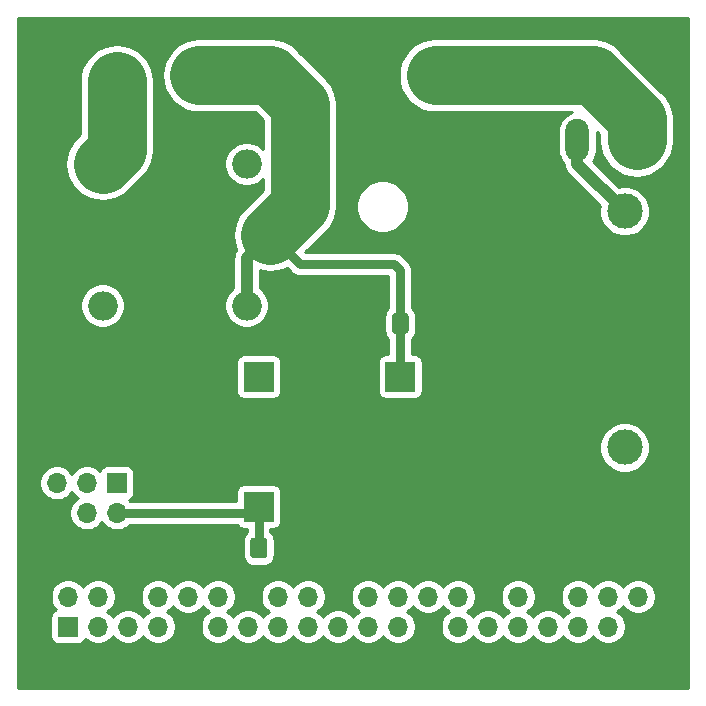
<source format=gbr>
%TF.GenerationSoftware,KiCad,Pcbnew,(5.1.6)-1*%
%TF.CreationDate,2020-09-02T12:05:02+09:00*%
%TF.ProjectId,attiny1614_accsupervisor,61747469-6e79-4313-9631-345f61636373,r01*%
%TF.SameCoordinates,Original*%
%TF.FileFunction,Copper,L1,Top*%
%TF.FilePolarity,Positive*%
%FSLAX46Y46*%
G04 Gerber Fmt 4.6, Leading zero omitted, Abs format (unit mm)*
G04 Created by KiCad (PCBNEW (5.1.6)-1) date 2020-09-02 12:05:02*
%MOMM*%
%LPD*%
G01*
G04 APERTURE LIST*
%TA.AperFunction,ComponentPad*%
%ADD10C,3.000000*%
%TD*%
%TA.AperFunction,SMDPad,CuDef*%
%ADD11R,2.500000X2.500000*%
%TD*%
%TA.AperFunction,ComponentPad*%
%ADD12O,2.000000X3.600000*%
%TD*%
%TA.AperFunction,ComponentPad*%
%ADD13R,2.600000X2.600000*%
%TD*%
%TA.AperFunction,ComponentPad*%
%ADD14C,2.600000*%
%TD*%
%TA.AperFunction,ComponentPad*%
%ADD15R,1.700000X1.700000*%
%TD*%
%TA.AperFunction,ComponentPad*%
%ADD16O,1.700000X1.700000*%
%TD*%
%TA.AperFunction,ComponentPad*%
%ADD17R,2.500000X2.500000*%
%TD*%
%TA.AperFunction,ComponentPad*%
%ADD18O,2.500000X2.500000*%
%TD*%
%TA.AperFunction,ViaPad*%
%ADD19C,0.800000*%
%TD*%
%TA.AperFunction,Conductor*%
%ADD20C,0.750000*%
%TD*%
%TA.AperFunction,Conductor*%
%ADD21C,5.000000*%
%TD*%
%TA.AperFunction,Conductor*%
%ADD22C,1.000000*%
%TD*%
%TA.AperFunction,Conductor*%
%ADD23C,0.254000*%
%TD*%
G04 APERTURE END LIST*
%TO.P,C1,1*%
%TO.N,/12V*%
%TA.AperFunction,SMDPad,CuDef*%
G36*
G01*
X223712500Y-72875000D02*
X223712500Y-74125000D01*
G75*
G02*
X223462500Y-74375000I-250000J0D01*
G01*
X222537500Y-74375000D01*
G75*
G02*
X222287500Y-74125000I0J250000D01*
G01*
X222287500Y-72875000D01*
G75*
G02*
X222537500Y-72625000I250000J0D01*
G01*
X223462500Y-72625000D01*
G75*
G02*
X223712500Y-72875000I0J-250000D01*
G01*
G37*
%TD.AperFunction*%
%TO.P,C1,2*%
%TO.N,GND*%
%TA.AperFunction,SMDPad,CuDef*%
G36*
G01*
X220737500Y-72875000D02*
X220737500Y-74125000D01*
G75*
G02*
X220487500Y-74375000I-250000J0D01*
G01*
X219562500Y-74375000D01*
G75*
G02*
X219312500Y-74125000I0J250000D01*
G01*
X219312500Y-72875000D01*
G75*
G02*
X219562500Y-72625000I250000J0D01*
G01*
X220487500Y-72625000D01*
G75*
G02*
X220737500Y-72875000I0J-250000D01*
G01*
G37*
%TD.AperFunction*%
%TD*%
%TO.P,C2,2*%
%TO.N,GND*%
%TA.AperFunction,SMDPad,CuDef*%
G36*
G01*
X213275000Y-93125000D02*
X213275000Y-91875000D01*
G75*
G02*
X213525000Y-91625000I250000J0D01*
G01*
X214450000Y-91625000D01*
G75*
G02*
X214700000Y-91875000I0J-250000D01*
G01*
X214700000Y-93125000D01*
G75*
G02*
X214450000Y-93375000I-250000J0D01*
G01*
X213525000Y-93375000D01*
G75*
G02*
X213275000Y-93125000I0J250000D01*
G01*
G37*
%TD.AperFunction*%
%TO.P,C2,1*%
%TO.N,/3V3*%
%TA.AperFunction,SMDPad,CuDef*%
G36*
G01*
X210300000Y-93125000D02*
X210300000Y-91875000D01*
G75*
G02*
X210550000Y-91625000I250000J0D01*
G01*
X211475000Y-91625000D01*
G75*
G02*
X211725000Y-91875000I0J-250000D01*
G01*
X211725000Y-93125000D01*
G75*
G02*
X211475000Y-93375000I-250000J0D01*
G01*
X210550000Y-93375000D01*
G75*
G02*
X210300000Y-93125000I0J250000D01*
G01*
G37*
%TD.AperFunction*%
%TD*%
D10*
%TO.P,F1,1*%
%TO.N,/12V_IN*%
X226000000Y-52500000D03*
%TO.P,F1,2*%
%TO.N,/12V*%
X206000000Y-52500000D03*
%TD*%
%TO.P,F2,2*%
%TO.N,/ACC*%
X242000000Y-84000000D03*
%TO.P,F2,1*%
%TO.N,/ACC_IN*%
X242000000Y-64000000D03*
%TD*%
D11*
%TO.P,J1,1*%
%TO.N,/12V*%
X223000000Y-78000000D03*
%TO.P,J1,2*%
%TO.N,GND*%
X223000000Y-89000000D03*
%TO.P,J1,3*%
%TO.N,/3V3*%
X211000000Y-89000000D03*
%TO.P,J1,4*%
%TO.N,N/C*%
X211000000Y-78000000D03*
%TD*%
%TO.P,J2,1*%
%TO.N,/12V_IN*%
%TA.AperFunction,ComponentPad*%
G36*
G01*
X244000000Y-56450000D02*
X244000000Y-59550000D01*
G75*
G02*
X243750000Y-59800000I-250000J0D01*
G01*
X242250000Y-59800000D01*
G75*
G02*
X242000000Y-59550000I0J250000D01*
G01*
X242000000Y-56450000D01*
G75*
G02*
X242250000Y-56200000I250000J0D01*
G01*
X243750000Y-56200000D01*
G75*
G02*
X244000000Y-56450000I0J-250000D01*
G01*
G37*
%TD.AperFunction*%
D12*
%TO.P,J2,2*%
%TO.N,/ACC_IN*%
X238000000Y-58000000D03*
%TO.P,J2,3*%
%TO.N,GND*%
X233000000Y-58000000D03*
%TD*%
D13*
%TO.P,J3,1*%
%TO.N,/JST_12V*%
X199000000Y-53000000D03*
D14*
%TO.P,J3,2*%
%TO.N,GND*%
X194000000Y-53000000D03*
%TD*%
D15*
%TO.P,J4,1*%
%TO.N,N/C*%
X194870000Y-99170000D03*
D16*
%TO.P,J4,2*%
X194870000Y-96630000D03*
%TO.P,J4,3*%
X197410000Y-99170000D03*
%TO.P,J4,4*%
X197410000Y-96630000D03*
%TO.P,J4,5*%
X199950000Y-99170000D03*
%TO.P,J4,6*%
%TO.N,GND*%
X199950000Y-96630000D03*
%TO.P,J4,7*%
%TO.N,N/C*%
X202490000Y-99170000D03*
%TO.P,J4,8*%
%TO.N,/JST_TX*%
X202490000Y-96630000D03*
%TO.P,J4,9*%
%TO.N,GND*%
X205030000Y-99170000D03*
%TO.P,J4,10*%
%TO.N,/JST_RX*%
X205030000Y-96630000D03*
%TO.P,J4,11*%
%TO.N,N/C*%
X207570000Y-99170000D03*
%TO.P,J4,12*%
X207570000Y-96630000D03*
%TO.P,J4,13*%
X210110000Y-99170000D03*
%TO.P,J4,14*%
%TO.N,GND*%
X210110000Y-96630000D03*
%TO.P,J4,15*%
%TO.N,N/C*%
X212650000Y-99170000D03*
%TO.P,J4,16*%
X212650000Y-96630000D03*
%TO.P,J4,17*%
X215190000Y-99170000D03*
%TO.P,J4,18*%
X215190000Y-96630000D03*
%TO.P,J4,19*%
X217730000Y-99170000D03*
%TO.P,J4,20*%
%TO.N,GND*%
X217730000Y-96630000D03*
%TO.P,J4,21*%
%TO.N,N/C*%
X220270000Y-99170000D03*
%TO.P,J4,22*%
X220270000Y-96630000D03*
%TO.P,J4,23*%
X222810000Y-99170000D03*
%TO.P,J4,24*%
X222810000Y-96630000D03*
%TO.P,J4,25*%
%TO.N,GND*%
X225350000Y-99170000D03*
%TO.P,J4,26*%
%TO.N,N/C*%
X225350000Y-96630000D03*
%TO.P,J4,27*%
X227890000Y-99170000D03*
%TO.P,J4,28*%
X227890000Y-96630000D03*
%TO.P,J4,29*%
X230430000Y-99170000D03*
%TO.P,J4,30*%
%TO.N,GND*%
X230430000Y-96630000D03*
%TO.P,J4,31*%
%TO.N,N/C*%
X232970000Y-99170000D03*
%TO.P,J4,32*%
X232970000Y-96630000D03*
%TO.P,J4,33*%
X235510000Y-99170000D03*
%TO.P,J4,34*%
%TO.N,GND*%
X235510000Y-96630000D03*
%TO.P,J4,35*%
%TO.N,N/C*%
X238050000Y-99170000D03*
%TO.P,J4,36*%
X238050000Y-96630000D03*
%TO.P,J4,37*%
X240590000Y-99170000D03*
%TO.P,J4,38*%
X240590000Y-96630000D03*
%TO.P,J4,39*%
%TO.N,GND*%
X243130000Y-99170000D03*
%TO.P,J4,40*%
%TO.N,N/C*%
X243130000Y-96630000D03*
%TD*%
D15*
%TO.P,J5,1*%
%TO.N,/UPDI_DATA*%
X199000000Y-87000000D03*
D16*
%TO.P,J5,2*%
%TO.N,/3V3*%
X199000000Y-89540000D03*
%TO.P,J5,3*%
%TO.N,N/C*%
X196460000Y-87000000D03*
%TO.P,J5,4*%
X196460000Y-89540000D03*
%TO.P,J5,5*%
X193920000Y-87000000D03*
%TO.P,J5,6*%
%TO.N,GND*%
X193920000Y-89540000D03*
%TD*%
D17*
%TO.P,K1,1*%
%TO.N,/12V*%
X212000000Y-66000000D03*
D18*
%TO.P,K1,2*%
%TO.N,Net-(D1-Pad2)*%
X210000000Y-60000000D03*
%TO.P,K1,3*%
%TO.N,/JST_12V*%
X197800000Y-60000000D03*
%TO.P,K1,4*%
%TO.N,N/C*%
X197800000Y-72000000D03*
%TO.P,K1,5*%
%TO.N,/12V*%
X210000000Y-72000000D03*
%TD*%
D19*
%TO.N,GND*%
X221500000Y-90500000D03*
X234500000Y-69500000D03*
X235500000Y-69500000D03*
X236500000Y-69500000D03*
X237500000Y-69500000D03*
X238500000Y-69500000D03*
X235000000Y-70500000D03*
X236000000Y-70500000D03*
X237000000Y-70500000D03*
X238000000Y-70500000D03*
X239000000Y-70500000D03*
X234500000Y-71500000D03*
X235500000Y-71500000D03*
X236500000Y-71500000D03*
X237500000Y-71500000D03*
X238500000Y-71500000D03*
X235000000Y-72500000D03*
X236000000Y-72500000D03*
X237000000Y-72500000D03*
X238000000Y-72500000D03*
X239000000Y-72500000D03*
X234500000Y-73500000D03*
X235500000Y-73500000D03*
X236500000Y-73500000D03*
X237500000Y-73500000D03*
X238500000Y-73500000D03*
X218500000Y-51000000D03*
X219500000Y-51000000D03*
X220500000Y-51000000D03*
X219000000Y-52000000D03*
X220000000Y-52000000D03*
X219500000Y-53000000D03*
X220500000Y-53000000D03*
X221000000Y-52000000D03*
X221500000Y-53000000D03*
X232500000Y-86500000D03*
X233500000Y-86500000D03*
X234500000Y-86500000D03*
X235500000Y-86500000D03*
X236500000Y-86500000D03*
X233000000Y-87500000D03*
X234000000Y-87500000D03*
X235000000Y-87500000D03*
X236000000Y-87500000D03*
X237000000Y-87500000D03*
X237500000Y-86500000D03*
X238000000Y-87500000D03*
X238500000Y-86500000D03*
X239000000Y-87500000D03*
X222000000Y-91000000D03*
X221000000Y-90000000D03*
X194500000Y-93000000D03*
X194500000Y-92000000D03*
X195500000Y-92000000D03*
X195500000Y-93000000D03*
X195500000Y-94000000D03*
X196500000Y-92000000D03*
X196500000Y-93000000D03*
X196500000Y-94000000D03*
X193500000Y-82000000D03*
X194500000Y-82000000D03*
X195500000Y-82000000D03*
X195500000Y-83000000D03*
X194500000Y-83000000D03*
X193500000Y-83000000D03*
X193500000Y-84000000D03*
X194500000Y-84000000D03*
X195500000Y-84000000D03*
X193500000Y-63500000D03*
X194500000Y-63500000D03*
X195500000Y-63500000D03*
X195500000Y-64500000D03*
X194500000Y-64500000D03*
X193500000Y-64500000D03*
X193500000Y-65500000D03*
X194500000Y-65500000D03*
X195500000Y-65500000D03*
X213500000Y-71500000D03*
X214500000Y-71500000D03*
X215500000Y-71500000D03*
X215500000Y-72500000D03*
X214500000Y-72500000D03*
X213500000Y-72500000D03*
X213500000Y-73500000D03*
X214500000Y-73500000D03*
X215500000Y-73500000D03*
X205500000Y-66500000D03*
X206500000Y-66500000D03*
X207500000Y-66500000D03*
X207500000Y-67500000D03*
X206500000Y-67500000D03*
X205500000Y-67500000D03*
X205500000Y-68500000D03*
X206500000Y-68500000D03*
X207500000Y-68500000D03*
X209500000Y-86000000D03*
X210500000Y-86000000D03*
X211500000Y-86000000D03*
X208500000Y-86500000D03*
X208500000Y-87500000D03*
X207500000Y-87500000D03*
X207500000Y-86500000D03*
X214000000Y-94000000D03*
X215000000Y-94000000D03*
X216000000Y-94000000D03*
X217000000Y-94000000D03*
X218000000Y-94500000D03*
X219000000Y-94500000D03*
X220000000Y-94500000D03*
X221000000Y-94500000D03*
X199000000Y-82000000D03*
X200000000Y-82000000D03*
X199500000Y-83000000D03*
X200500000Y-83000000D03*
X199000000Y-84000000D03*
X200000000Y-84000000D03*
%TD*%
D20*
%TO.N,/12V*%
X223000000Y-78000000D02*
X223000000Y-73500000D01*
D21*
X206000000Y-52500000D02*
X212000000Y-52500000D01*
X212000000Y-52500000D02*
X214500000Y-55000000D01*
X214500000Y-63500000D02*
X212000000Y-66000000D01*
X214500000Y-55000000D02*
X214500000Y-63500000D01*
D22*
X210000000Y-68000000D02*
X212000000Y-66000000D01*
X210000000Y-72000000D02*
X210000000Y-68000000D01*
D20*
X223000000Y-73500000D02*
X223000000Y-69000000D01*
X223000000Y-69000000D02*
X222500000Y-68500000D01*
X214500000Y-68500000D02*
X212000000Y-66000000D01*
X222500000Y-68500000D02*
X214500000Y-68500000D01*
%TO.N,/3V3*%
X211000000Y-92487500D02*
X211012500Y-92500000D01*
X211000000Y-89000000D02*
X211000000Y-92487500D01*
X210460000Y-89540000D02*
X211000000Y-89000000D01*
X199000000Y-89540000D02*
X210460000Y-89540000D01*
D21*
%TO.N,/12V_IN*%
X239300000Y-52500000D02*
X226000000Y-52500000D01*
X243000000Y-56200000D02*
X239300000Y-52500000D01*
X243000000Y-58000000D02*
X243000000Y-56200000D01*
D22*
%TO.N,/ACC_IN*%
X238000000Y-60000000D02*
X242000000Y-64000000D01*
X238000000Y-58000000D02*
X238000000Y-60000000D01*
D21*
%TO.N,/JST_12V*%
X199000000Y-58800000D02*
X197800000Y-60000000D01*
X199000000Y-53000000D02*
X199000000Y-58800000D01*
%TD*%
D23*
%TO.N,GND*%
G36*
X247340001Y-104340000D02*
G01*
X190660000Y-104340000D01*
X190660000Y-98320000D01*
X193381928Y-98320000D01*
X193381928Y-100020000D01*
X193394188Y-100144482D01*
X193430498Y-100264180D01*
X193489463Y-100374494D01*
X193568815Y-100471185D01*
X193665506Y-100550537D01*
X193775820Y-100609502D01*
X193895518Y-100645812D01*
X194020000Y-100658072D01*
X195720000Y-100658072D01*
X195844482Y-100645812D01*
X195964180Y-100609502D01*
X196074494Y-100550537D01*
X196171185Y-100471185D01*
X196250537Y-100374494D01*
X196309502Y-100264180D01*
X196331513Y-100191620D01*
X196463368Y-100323475D01*
X196706589Y-100485990D01*
X196976842Y-100597932D01*
X197263740Y-100655000D01*
X197556260Y-100655000D01*
X197843158Y-100597932D01*
X198113411Y-100485990D01*
X198356632Y-100323475D01*
X198563475Y-100116632D01*
X198680000Y-99942240D01*
X198796525Y-100116632D01*
X199003368Y-100323475D01*
X199246589Y-100485990D01*
X199516842Y-100597932D01*
X199803740Y-100655000D01*
X200096260Y-100655000D01*
X200383158Y-100597932D01*
X200653411Y-100485990D01*
X200896632Y-100323475D01*
X201103475Y-100116632D01*
X201220000Y-99942240D01*
X201336525Y-100116632D01*
X201543368Y-100323475D01*
X201786589Y-100485990D01*
X202056842Y-100597932D01*
X202343740Y-100655000D01*
X202636260Y-100655000D01*
X202923158Y-100597932D01*
X203193411Y-100485990D01*
X203436632Y-100323475D01*
X203643475Y-100116632D01*
X203805990Y-99873411D01*
X203917932Y-99603158D01*
X203975000Y-99316260D01*
X203975000Y-99023740D01*
X203917932Y-98736842D01*
X203805990Y-98466589D01*
X203643475Y-98223368D01*
X203436632Y-98016525D01*
X203262240Y-97900000D01*
X203436632Y-97783475D01*
X203643475Y-97576632D01*
X203760000Y-97402240D01*
X203876525Y-97576632D01*
X204083368Y-97783475D01*
X204326589Y-97945990D01*
X204596842Y-98057932D01*
X204883740Y-98115000D01*
X205176260Y-98115000D01*
X205463158Y-98057932D01*
X205733411Y-97945990D01*
X205976632Y-97783475D01*
X206183475Y-97576632D01*
X206300000Y-97402240D01*
X206416525Y-97576632D01*
X206623368Y-97783475D01*
X206797760Y-97900000D01*
X206623368Y-98016525D01*
X206416525Y-98223368D01*
X206254010Y-98466589D01*
X206142068Y-98736842D01*
X206085000Y-99023740D01*
X206085000Y-99316260D01*
X206142068Y-99603158D01*
X206254010Y-99873411D01*
X206416525Y-100116632D01*
X206623368Y-100323475D01*
X206866589Y-100485990D01*
X207136842Y-100597932D01*
X207423740Y-100655000D01*
X207716260Y-100655000D01*
X208003158Y-100597932D01*
X208273411Y-100485990D01*
X208516632Y-100323475D01*
X208723475Y-100116632D01*
X208840000Y-99942240D01*
X208956525Y-100116632D01*
X209163368Y-100323475D01*
X209406589Y-100485990D01*
X209676842Y-100597932D01*
X209963740Y-100655000D01*
X210256260Y-100655000D01*
X210543158Y-100597932D01*
X210813411Y-100485990D01*
X211056632Y-100323475D01*
X211263475Y-100116632D01*
X211380000Y-99942240D01*
X211496525Y-100116632D01*
X211703368Y-100323475D01*
X211946589Y-100485990D01*
X212216842Y-100597932D01*
X212503740Y-100655000D01*
X212796260Y-100655000D01*
X213083158Y-100597932D01*
X213353411Y-100485990D01*
X213596632Y-100323475D01*
X213803475Y-100116632D01*
X213920000Y-99942240D01*
X214036525Y-100116632D01*
X214243368Y-100323475D01*
X214486589Y-100485990D01*
X214756842Y-100597932D01*
X215043740Y-100655000D01*
X215336260Y-100655000D01*
X215623158Y-100597932D01*
X215893411Y-100485990D01*
X216136632Y-100323475D01*
X216343475Y-100116632D01*
X216460000Y-99942240D01*
X216576525Y-100116632D01*
X216783368Y-100323475D01*
X217026589Y-100485990D01*
X217296842Y-100597932D01*
X217583740Y-100655000D01*
X217876260Y-100655000D01*
X218163158Y-100597932D01*
X218433411Y-100485990D01*
X218676632Y-100323475D01*
X218883475Y-100116632D01*
X219000000Y-99942240D01*
X219116525Y-100116632D01*
X219323368Y-100323475D01*
X219566589Y-100485990D01*
X219836842Y-100597932D01*
X220123740Y-100655000D01*
X220416260Y-100655000D01*
X220703158Y-100597932D01*
X220973411Y-100485990D01*
X221216632Y-100323475D01*
X221423475Y-100116632D01*
X221540000Y-99942240D01*
X221656525Y-100116632D01*
X221863368Y-100323475D01*
X222106589Y-100485990D01*
X222376842Y-100597932D01*
X222663740Y-100655000D01*
X222956260Y-100655000D01*
X223243158Y-100597932D01*
X223513411Y-100485990D01*
X223756632Y-100323475D01*
X223963475Y-100116632D01*
X224125990Y-99873411D01*
X224237932Y-99603158D01*
X224295000Y-99316260D01*
X224295000Y-99023740D01*
X224237932Y-98736842D01*
X224125990Y-98466589D01*
X223963475Y-98223368D01*
X223756632Y-98016525D01*
X223582240Y-97900000D01*
X223756632Y-97783475D01*
X223963475Y-97576632D01*
X224080000Y-97402240D01*
X224196525Y-97576632D01*
X224403368Y-97783475D01*
X224646589Y-97945990D01*
X224916842Y-98057932D01*
X225203740Y-98115000D01*
X225496260Y-98115000D01*
X225783158Y-98057932D01*
X226053411Y-97945990D01*
X226296632Y-97783475D01*
X226503475Y-97576632D01*
X226620000Y-97402240D01*
X226736525Y-97576632D01*
X226943368Y-97783475D01*
X227117760Y-97900000D01*
X226943368Y-98016525D01*
X226736525Y-98223368D01*
X226574010Y-98466589D01*
X226462068Y-98736842D01*
X226405000Y-99023740D01*
X226405000Y-99316260D01*
X226462068Y-99603158D01*
X226574010Y-99873411D01*
X226736525Y-100116632D01*
X226943368Y-100323475D01*
X227186589Y-100485990D01*
X227456842Y-100597932D01*
X227743740Y-100655000D01*
X228036260Y-100655000D01*
X228323158Y-100597932D01*
X228593411Y-100485990D01*
X228836632Y-100323475D01*
X229043475Y-100116632D01*
X229160000Y-99942240D01*
X229276525Y-100116632D01*
X229483368Y-100323475D01*
X229726589Y-100485990D01*
X229996842Y-100597932D01*
X230283740Y-100655000D01*
X230576260Y-100655000D01*
X230863158Y-100597932D01*
X231133411Y-100485990D01*
X231376632Y-100323475D01*
X231583475Y-100116632D01*
X231700000Y-99942240D01*
X231816525Y-100116632D01*
X232023368Y-100323475D01*
X232266589Y-100485990D01*
X232536842Y-100597932D01*
X232823740Y-100655000D01*
X233116260Y-100655000D01*
X233403158Y-100597932D01*
X233673411Y-100485990D01*
X233916632Y-100323475D01*
X234123475Y-100116632D01*
X234240000Y-99942240D01*
X234356525Y-100116632D01*
X234563368Y-100323475D01*
X234806589Y-100485990D01*
X235076842Y-100597932D01*
X235363740Y-100655000D01*
X235656260Y-100655000D01*
X235943158Y-100597932D01*
X236213411Y-100485990D01*
X236456632Y-100323475D01*
X236663475Y-100116632D01*
X236780000Y-99942240D01*
X236896525Y-100116632D01*
X237103368Y-100323475D01*
X237346589Y-100485990D01*
X237616842Y-100597932D01*
X237903740Y-100655000D01*
X238196260Y-100655000D01*
X238483158Y-100597932D01*
X238753411Y-100485990D01*
X238996632Y-100323475D01*
X239203475Y-100116632D01*
X239320000Y-99942240D01*
X239436525Y-100116632D01*
X239643368Y-100323475D01*
X239886589Y-100485990D01*
X240156842Y-100597932D01*
X240443740Y-100655000D01*
X240736260Y-100655000D01*
X241023158Y-100597932D01*
X241293411Y-100485990D01*
X241536632Y-100323475D01*
X241743475Y-100116632D01*
X241905990Y-99873411D01*
X242017932Y-99603158D01*
X242075000Y-99316260D01*
X242075000Y-99023740D01*
X242017932Y-98736842D01*
X241905990Y-98466589D01*
X241743475Y-98223368D01*
X241536632Y-98016525D01*
X241362240Y-97900000D01*
X241536632Y-97783475D01*
X241743475Y-97576632D01*
X241860000Y-97402240D01*
X241976525Y-97576632D01*
X242183368Y-97783475D01*
X242426589Y-97945990D01*
X242696842Y-98057932D01*
X242983740Y-98115000D01*
X243276260Y-98115000D01*
X243563158Y-98057932D01*
X243833411Y-97945990D01*
X244076632Y-97783475D01*
X244283475Y-97576632D01*
X244445990Y-97333411D01*
X244557932Y-97063158D01*
X244615000Y-96776260D01*
X244615000Y-96483740D01*
X244557932Y-96196842D01*
X244445990Y-95926589D01*
X244283475Y-95683368D01*
X244076632Y-95476525D01*
X243833411Y-95314010D01*
X243563158Y-95202068D01*
X243276260Y-95145000D01*
X242983740Y-95145000D01*
X242696842Y-95202068D01*
X242426589Y-95314010D01*
X242183368Y-95476525D01*
X241976525Y-95683368D01*
X241860000Y-95857760D01*
X241743475Y-95683368D01*
X241536632Y-95476525D01*
X241293411Y-95314010D01*
X241023158Y-95202068D01*
X240736260Y-95145000D01*
X240443740Y-95145000D01*
X240156842Y-95202068D01*
X239886589Y-95314010D01*
X239643368Y-95476525D01*
X239436525Y-95683368D01*
X239320000Y-95857760D01*
X239203475Y-95683368D01*
X238996632Y-95476525D01*
X238753411Y-95314010D01*
X238483158Y-95202068D01*
X238196260Y-95145000D01*
X237903740Y-95145000D01*
X237616842Y-95202068D01*
X237346589Y-95314010D01*
X237103368Y-95476525D01*
X236896525Y-95683368D01*
X236734010Y-95926589D01*
X236622068Y-96196842D01*
X236565000Y-96483740D01*
X236565000Y-96776260D01*
X236622068Y-97063158D01*
X236734010Y-97333411D01*
X236896525Y-97576632D01*
X237103368Y-97783475D01*
X237277760Y-97900000D01*
X237103368Y-98016525D01*
X236896525Y-98223368D01*
X236780000Y-98397760D01*
X236663475Y-98223368D01*
X236456632Y-98016525D01*
X236213411Y-97854010D01*
X235943158Y-97742068D01*
X235656260Y-97685000D01*
X235363740Y-97685000D01*
X235076842Y-97742068D01*
X234806589Y-97854010D01*
X234563368Y-98016525D01*
X234356525Y-98223368D01*
X234240000Y-98397760D01*
X234123475Y-98223368D01*
X233916632Y-98016525D01*
X233742240Y-97900000D01*
X233916632Y-97783475D01*
X234123475Y-97576632D01*
X234285990Y-97333411D01*
X234397932Y-97063158D01*
X234455000Y-96776260D01*
X234455000Y-96483740D01*
X234397932Y-96196842D01*
X234285990Y-95926589D01*
X234123475Y-95683368D01*
X233916632Y-95476525D01*
X233673411Y-95314010D01*
X233403158Y-95202068D01*
X233116260Y-95145000D01*
X232823740Y-95145000D01*
X232536842Y-95202068D01*
X232266589Y-95314010D01*
X232023368Y-95476525D01*
X231816525Y-95683368D01*
X231654010Y-95926589D01*
X231542068Y-96196842D01*
X231485000Y-96483740D01*
X231485000Y-96776260D01*
X231542068Y-97063158D01*
X231654010Y-97333411D01*
X231816525Y-97576632D01*
X232023368Y-97783475D01*
X232197760Y-97900000D01*
X232023368Y-98016525D01*
X231816525Y-98223368D01*
X231700000Y-98397760D01*
X231583475Y-98223368D01*
X231376632Y-98016525D01*
X231133411Y-97854010D01*
X230863158Y-97742068D01*
X230576260Y-97685000D01*
X230283740Y-97685000D01*
X229996842Y-97742068D01*
X229726589Y-97854010D01*
X229483368Y-98016525D01*
X229276525Y-98223368D01*
X229160000Y-98397760D01*
X229043475Y-98223368D01*
X228836632Y-98016525D01*
X228662240Y-97900000D01*
X228836632Y-97783475D01*
X229043475Y-97576632D01*
X229205990Y-97333411D01*
X229317932Y-97063158D01*
X229375000Y-96776260D01*
X229375000Y-96483740D01*
X229317932Y-96196842D01*
X229205990Y-95926589D01*
X229043475Y-95683368D01*
X228836632Y-95476525D01*
X228593411Y-95314010D01*
X228323158Y-95202068D01*
X228036260Y-95145000D01*
X227743740Y-95145000D01*
X227456842Y-95202068D01*
X227186589Y-95314010D01*
X226943368Y-95476525D01*
X226736525Y-95683368D01*
X226620000Y-95857760D01*
X226503475Y-95683368D01*
X226296632Y-95476525D01*
X226053411Y-95314010D01*
X225783158Y-95202068D01*
X225496260Y-95145000D01*
X225203740Y-95145000D01*
X224916842Y-95202068D01*
X224646589Y-95314010D01*
X224403368Y-95476525D01*
X224196525Y-95683368D01*
X224080000Y-95857760D01*
X223963475Y-95683368D01*
X223756632Y-95476525D01*
X223513411Y-95314010D01*
X223243158Y-95202068D01*
X222956260Y-95145000D01*
X222663740Y-95145000D01*
X222376842Y-95202068D01*
X222106589Y-95314010D01*
X221863368Y-95476525D01*
X221656525Y-95683368D01*
X221540000Y-95857760D01*
X221423475Y-95683368D01*
X221216632Y-95476525D01*
X220973411Y-95314010D01*
X220703158Y-95202068D01*
X220416260Y-95145000D01*
X220123740Y-95145000D01*
X219836842Y-95202068D01*
X219566589Y-95314010D01*
X219323368Y-95476525D01*
X219116525Y-95683368D01*
X218954010Y-95926589D01*
X218842068Y-96196842D01*
X218785000Y-96483740D01*
X218785000Y-96776260D01*
X218842068Y-97063158D01*
X218954010Y-97333411D01*
X219116525Y-97576632D01*
X219323368Y-97783475D01*
X219497760Y-97900000D01*
X219323368Y-98016525D01*
X219116525Y-98223368D01*
X219000000Y-98397760D01*
X218883475Y-98223368D01*
X218676632Y-98016525D01*
X218433411Y-97854010D01*
X218163158Y-97742068D01*
X217876260Y-97685000D01*
X217583740Y-97685000D01*
X217296842Y-97742068D01*
X217026589Y-97854010D01*
X216783368Y-98016525D01*
X216576525Y-98223368D01*
X216460000Y-98397760D01*
X216343475Y-98223368D01*
X216136632Y-98016525D01*
X215962240Y-97900000D01*
X216136632Y-97783475D01*
X216343475Y-97576632D01*
X216505990Y-97333411D01*
X216617932Y-97063158D01*
X216675000Y-96776260D01*
X216675000Y-96483740D01*
X216617932Y-96196842D01*
X216505990Y-95926589D01*
X216343475Y-95683368D01*
X216136632Y-95476525D01*
X215893411Y-95314010D01*
X215623158Y-95202068D01*
X215336260Y-95145000D01*
X215043740Y-95145000D01*
X214756842Y-95202068D01*
X214486589Y-95314010D01*
X214243368Y-95476525D01*
X214036525Y-95683368D01*
X213920000Y-95857760D01*
X213803475Y-95683368D01*
X213596632Y-95476525D01*
X213353411Y-95314010D01*
X213083158Y-95202068D01*
X212796260Y-95145000D01*
X212503740Y-95145000D01*
X212216842Y-95202068D01*
X211946589Y-95314010D01*
X211703368Y-95476525D01*
X211496525Y-95683368D01*
X211334010Y-95926589D01*
X211222068Y-96196842D01*
X211165000Y-96483740D01*
X211165000Y-96776260D01*
X211222068Y-97063158D01*
X211334010Y-97333411D01*
X211496525Y-97576632D01*
X211703368Y-97783475D01*
X211877760Y-97900000D01*
X211703368Y-98016525D01*
X211496525Y-98223368D01*
X211380000Y-98397760D01*
X211263475Y-98223368D01*
X211056632Y-98016525D01*
X210813411Y-97854010D01*
X210543158Y-97742068D01*
X210256260Y-97685000D01*
X209963740Y-97685000D01*
X209676842Y-97742068D01*
X209406589Y-97854010D01*
X209163368Y-98016525D01*
X208956525Y-98223368D01*
X208840000Y-98397760D01*
X208723475Y-98223368D01*
X208516632Y-98016525D01*
X208342240Y-97900000D01*
X208516632Y-97783475D01*
X208723475Y-97576632D01*
X208885990Y-97333411D01*
X208997932Y-97063158D01*
X209055000Y-96776260D01*
X209055000Y-96483740D01*
X208997932Y-96196842D01*
X208885990Y-95926589D01*
X208723475Y-95683368D01*
X208516632Y-95476525D01*
X208273411Y-95314010D01*
X208003158Y-95202068D01*
X207716260Y-95145000D01*
X207423740Y-95145000D01*
X207136842Y-95202068D01*
X206866589Y-95314010D01*
X206623368Y-95476525D01*
X206416525Y-95683368D01*
X206300000Y-95857760D01*
X206183475Y-95683368D01*
X205976632Y-95476525D01*
X205733411Y-95314010D01*
X205463158Y-95202068D01*
X205176260Y-95145000D01*
X204883740Y-95145000D01*
X204596842Y-95202068D01*
X204326589Y-95314010D01*
X204083368Y-95476525D01*
X203876525Y-95683368D01*
X203760000Y-95857760D01*
X203643475Y-95683368D01*
X203436632Y-95476525D01*
X203193411Y-95314010D01*
X202923158Y-95202068D01*
X202636260Y-95145000D01*
X202343740Y-95145000D01*
X202056842Y-95202068D01*
X201786589Y-95314010D01*
X201543368Y-95476525D01*
X201336525Y-95683368D01*
X201174010Y-95926589D01*
X201062068Y-96196842D01*
X201005000Y-96483740D01*
X201005000Y-96776260D01*
X201062068Y-97063158D01*
X201174010Y-97333411D01*
X201336525Y-97576632D01*
X201543368Y-97783475D01*
X201717760Y-97900000D01*
X201543368Y-98016525D01*
X201336525Y-98223368D01*
X201220000Y-98397760D01*
X201103475Y-98223368D01*
X200896632Y-98016525D01*
X200653411Y-97854010D01*
X200383158Y-97742068D01*
X200096260Y-97685000D01*
X199803740Y-97685000D01*
X199516842Y-97742068D01*
X199246589Y-97854010D01*
X199003368Y-98016525D01*
X198796525Y-98223368D01*
X198680000Y-98397760D01*
X198563475Y-98223368D01*
X198356632Y-98016525D01*
X198182240Y-97900000D01*
X198356632Y-97783475D01*
X198563475Y-97576632D01*
X198725990Y-97333411D01*
X198837932Y-97063158D01*
X198895000Y-96776260D01*
X198895000Y-96483740D01*
X198837932Y-96196842D01*
X198725990Y-95926589D01*
X198563475Y-95683368D01*
X198356632Y-95476525D01*
X198113411Y-95314010D01*
X197843158Y-95202068D01*
X197556260Y-95145000D01*
X197263740Y-95145000D01*
X196976842Y-95202068D01*
X196706589Y-95314010D01*
X196463368Y-95476525D01*
X196256525Y-95683368D01*
X196140000Y-95857760D01*
X196023475Y-95683368D01*
X195816632Y-95476525D01*
X195573411Y-95314010D01*
X195303158Y-95202068D01*
X195016260Y-95145000D01*
X194723740Y-95145000D01*
X194436842Y-95202068D01*
X194166589Y-95314010D01*
X193923368Y-95476525D01*
X193716525Y-95683368D01*
X193554010Y-95926589D01*
X193442068Y-96196842D01*
X193385000Y-96483740D01*
X193385000Y-96776260D01*
X193442068Y-97063158D01*
X193554010Y-97333411D01*
X193716525Y-97576632D01*
X193848380Y-97708487D01*
X193775820Y-97730498D01*
X193665506Y-97789463D01*
X193568815Y-97868815D01*
X193489463Y-97965506D01*
X193430498Y-98075820D01*
X193394188Y-98195518D01*
X193381928Y-98320000D01*
X190660000Y-98320000D01*
X190660000Y-86853740D01*
X192435000Y-86853740D01*
X192435000Y-87146260D01*
X192492068Y-87433158D01*
X192604010Y-87703411D01*
X192766525Y-87946632D01*
X192973368Y-88153475D01*
X193216589Y-88315990D01*
X193486842Y-88427932D01*
X193773740Y-88485000D01*
X194066260Y-88485000D01*
X194353158Y-88427932D01*
X194623411Y-88315990D01*
X194866632Y-88153475D01*
X195073475Y-87946632D01*
X195190000Y-87772240D01*
X195306525Y-87946632D01*
X195513368Y-88153475D01*
X195687760Y-88270000D01*
X195513368Y-88386525D01*
X195306525Y-88593368D01*
X195144010Y-88836589D01*
X195032068Y-89106842D01*
X194975000Y-89393740D01*
X194975000Y-89686260D01*
X195032068Y-89973158D01*
X195144010Y-90243411D01*
X195306525Y-90486632D01*
X195513368Y-90693475D01*
X195756589Y-90855990D01*
X196026842Y-90967932D01*
X196313740Y-91025000D01*
X196606260Y-91025000D01*
X196893158Y-90967932D01*
X197163411Y-90855990D01*
X197406632Y-90693475D01*
X197613475Y-90486632D01*
X197730000Y-90312240D01*
X197846525Y-90486632D01*
X198053368Y-90693475D01*
X198296589Y-90855990D01*
X198566842Y-90967932D01*
X198853740Y-91025000D01*
X199146260Y-91025000D01*
X199433158Y-90967932D01*
X199703411Y-90855990D01*
X199946632Y-90693475D01*
X200090107Y-90550000D01*
X209190335Y-90550000D01*
X209219463Y-90604494D01*
X209298815Y-90701185D01*
X209395506Y-90780537D01*
X209505820Y-90839502D01*
X209625518Y-90875812D01*
X209750000Y-90888072D01*
X209990001Y-90888072D01*
X209990001Y-91191263D01*
X209922038Y-91247038D01*
X209811595Y-91381614D01*
X209729528Y-91535150D01*
X209678992Y-91701746D01*
X209661928Y-91875000D01*
X209661928Y-93125000D01*
X209678992Y-93298254D01*
X209729528Y-93464850D01*
X209811595Y-93618386D01*
X209922038Y-93752962D01*
X210056614Y-93863405D01*
X210210150Y-93945472D01*
X210376746Y-93996008D01*
X210550000Y-94013072D01*
X211475000Y-94013072D01*
X211648254Y-93996008D01*
X211814850Y-93945472D01*
X211968386Y-93863405D01*
X212102962Y-93752962D01*
X212213405Y-93618386D01*
X212295472Y-93464850D01*
X212346008Y-93298254D01*
X212363072Y-93125000D01*
X212363072Y-91875000D01*
X212346008Y-91701746D01*
X212295472Y-91535150D01*
X212213405Y-91381614D01*
X212102962Y-91247038D01*
X212010000Y-91170747D01*
X212010000Y-90888072D01*
X212250000Y-90888072D01*
X212374482Y-90875812D01*
X212494180Y-90839502D01*
X212604494Y-90780537D01*
X212701185Y-90701185D01*
X212780537Y-90604494D01*
X212839502Y-90494180D01*
X212875812Y-90374482D01*
X212888072Y-90250000D01*
X212888072Y-87750000D01*
X212875812Y-87625518D01*
X212839502Y-87505820D01*
X212780537Y-87395506D01*
X212701185Y-87298815D01*
X212604494Y-87219463D01*
X212494180Y-87160498D01*
X212374482Y-87124188D01*
X212250000Y-87111928D01*
X209750000Y-87111928D01*
X209625518Y-87124188D01*
X209505820Y-87160498D01*
X209395506Y-87219463D01*
X209298815Y-87298815D01*
X209219463Y-87395506D01*
X209160498Y-87505820D01*
X209124188Y-87625518D01*
X209111928Y-87750000D01*
X209111928Y-88530000D01*
X200090107Y-88530000D01*
X200021620Y-88461513D01*
X200094180Y-88439502D01*
X200204494Y-88380537D01*
X200301185Y-88301185D01*
X200380537Y-88204494D01*
X200439502Y-88094180D01*
X200475812Y-87974482D01*
X200488072Y-87850000D01*
X200488072Y-86150000D01*
X200475812Y-86025518D01*
X200439502Y-85905820D01*
X200380537Y-85795506D01*
X200301185Y-85698815D01*
X200204494Y-85619463D01*
X200094180Y-85560498D01*
X199974482Y-85524188D01*
X199850000Y-85511928D01*
X198150000Y-85511928D01*
X198025518Y-85524188D01*
X197905820Y-85560498D01*
X197795506Y-85619463D01*
X197698815Y-85698815D01*
X197619463Y-85795506D01*
X197560498Y-85905820D01*
X197538487Y-85978380D01*
X197406632Y-85846525D01*
X197163411Y-85684010D01*
X196893158Y-85572068D01*
X196606260Y-85515000D01*
X196313740Y-85515000D01*
X196026842Y-85572068D01*
X195756589Y-85684010D01*
X195513368Y-85846525D01*
X195306525Y-86053368D01*
X195190000Y-86227760D01*
X195073475Y-86053368D01*
X194866632Y-85846525D01*
X194623411Y-85684010D01*
X194353158Y-85572068D01*
X194066260Y-85515000D01*
X193773740Y-85515000D01*
X193486842Y-85572068D01*
X193216589Y-85684010D01*
X192973368Y-85846525D01*
X192766525Y-86053368D01*
X192604010Y-86296589D01*
X192492068Y-86566842D01*
X192435000Y-86853740D01*
X190660000Y-86853740D01*
X190660000Y-83789721D01*
X239865000Y-83789721D01*
X239865000Y-84210279D01*
X239947047Y-84622756D01*
X240107988Y-85011302D01*
X240341637Y-85360983D01*
X240639017Y-85658363D01*
X240988698Y-85892012D01*
X241377244Y-86052953D01*
X241789721Y-86135000D01*
X242210279Y-86135000D01*
X242622756Y-86052953D01*
X243011302Y-85892012D01*
X243360983Y-85658363D01*
X243658363Y-85360983D01*
X243892012Y-85011302D01*
X244052953Y-84622756D01*
X244135000Y-84210279D01*
X244135000Y-83789721D01*
X244052953Y-83377244D01*
X243892012Y-82988698D01*
X243658363Y-82639017D01*
X243360983Y-82341637D01*
X243011302Y-82107988D01*
X242622756Y-81947047D01*
X242210279Y-81865000D01*
X241789721Y-81865000D01*
X241377244Y-81947047D01*
X240988698Y-82107988D01*
X240639017Y-82341637D01*
X240341637Y-82639017D01*
X240107988Y-82988698D01*
X239947047Y-83377244D01*
X239865000Y-83789721D01*
X190660000Y-83789721D01*
X190660000Y-76750000D01*
X209111928Y-76750000D01*
X209111928Y-79250000D01*
X209124188Y-79374482D01*
X209160498Y-79494180D01*
X209219463Y-79604494D01*
X209298815Y-79701185D01*
X209395506Y-79780537D01*
X209505820Y-79839502D01*
X209625518Y-79875812D01*
X209750000Y-79888072D01*
X212250000Y-79888072D01*
X212374482Y-79875812D01*
X212494180Y-79839502D01*
X212604494Y-79780537D01*
X212701185Y-79701185D01*
X212780537Y-79604494D01*
X212839502Y-79494180D01*
X212875812Y-79374482D01*
X212888072Y-79250000D01*
X212888072Y-76750000D01*
X212875812Y-76625518D01*
X212839502Y-76505820D01*
X212780537Y-76395506D01*
X212701185Y-76298815D01*
X212604494Y-76219463D01*
X212494180Y-76160498D01*
X212374482Y-76124188D01*
X212250000Y-76111928D01*
X209750000Y-76111928D01*
X209625518Y-76124188D01*
X209505820Y-76160498D01*
X209395506Y-76219463D01*
X209298815Y-76298815D01*
X209219463Y-76395506D01*
X209160498Y-76505820D01*
X209124188Y-76625518D01*
X209111928Y-76750000D01*
X190660000Y-76750000D01*
X190660000Y-71814344D01*
X195915000Y-71814344D01*
X195915000Y-72185656D01*
X195987439Y-72549834D01*
X196129534Y-72892882D01*
X196335825Y-73201618D01*
X196598382Y-73464175D01*
X196907118Y-73670466D01*
X197250166Y-73812561D01*
X197614344Y-73885000D01*
X197985656Y-73885000D01*
X198349834Y-73812561D01*
X198692882Y-73670466D01*
X199001618Y-73464175D01*
X199264175Y-73201618D01*
X199470466Y-72892882D01*
X199612561Y-72549834D01*
X199685000Y-72185656D01*
X199685000Y-71814344D01*
X199612561Y-71450166D01*
X199470466Y-71107118D01*
X199264175Y-70798382D01*
X199001618Y-70535825D01*
X198692882Y-70329534D01*
X198349834Y-70187439D01*
X197985656Y-70115000D01*
X197614344Y-70115000D01*
X197250166Y-70187439D01*
X196907118Y-70329534D01*
X196598382Y-70535825D01*
X196335825Y-70798382D01*
X196129534Y-71107118D01*
X195987439Y-71450166D01*
X195915000Y-71814344D01*
X190660000Y-71814344D01*
X190660000Y-60000000D01*
X194649833Y-60000000D01*
X194710362Y-60614567D01*
X194889625Y-61205517D01*
X195180732Y-61750139D01*
X195572495Y-62227505D01*
X196049861Y-62619268D01*
X196594483Y-62910375D01*
X197185433Y-63089638D01*
X197800000Y-63150167D01*
X198414567Y-63089638D01*
X199005517Y-62910375D01*
X199550139Y-62619268D01*
X199907883Y-62325675D01*
X201107880Y-61125679D01*
X201227505Y-61027505D01*
X201619269Y-60550140D01*
X201910376Y-60005517D01*
X202078839Y-59450166D01*
X202089638Y-59414568D01*
X202095981Y-59350167D01*
X202135000Y-58954002D01*
X202135000Y-58953996D01*
X202150167Y-58800001D01*
X202135000Y-58646006D01*
X202135000Y-52845998D01*
X202100922Y-52500000D01*
X202849832Y-52500000D01*
X202910362Y-53114567D01*
X203089624Y-53705517D01*
X203380731Y-54250140D01*
X203772495Y-54727505D01*
X204249860Y-55119269D01*
X204794483Y-55410376D01*
X205385433Y-55589638D01*
X205845998Y-55635000D01*
X210701442Y-55635000D01*
X211365000Y-56298559D01*
X211365000Y-58699207D01*
X211201618Y-58535825D01*
X210892882Y-58329534D01*
X210549834Y-58187439D01*
X210185656Y-58115000D01*
X209814344Y-58115000D01*
X209450166Y-58187439D01*
X209107118Y-58329534D01*
X208798382Y-58535825D01*
X208535825Y-58798382D01*
X208329534Y-59107118D01*
X208187439Y-59450166D01*
X208115000Y-59814344D01*
X208115000Y-60185656D01*
X208187439Y-60549834D01*
X208329534Y-60892882D01*
X208535825Y-61201618D01*
X208798382Y-61464175D01*
X209107118Y-61670466D01*
X209450166Y-61812561D01*
X209814344Y-61885000D01*
X210185656Y-61885000D01*
X210549834Y-61812561D01*
X210892882Y-61670466D01*
X211201618Y-61464175D01*
X211365001Y-61300792D01*
X211365001Y-62201441D01*
X209674325Y-63892117D01*
X209380732Y-64249861D01*
X209089625Y-64794483D01*
X208910362Y-65385433D01*
X208849833Y-66000000D01*
X208910362Y-66614567D01*
X209089625Y-67205517D01*
X209126742Y-67274959D01*
X209051717Y-67366377D01*
X209047385Y-67374482D01*
X208946324Y-67563554D01*
X208881423Y-67777502D01*
X208859509Y-68000000D01*
X208865001Y-68055761D01*
X208865000Y-70491312D01*
X208798382Y-70535825D01*
X208535825Y-70798382D01*
X208329534Y-71107118D01*
X208187439Y-71450166D01*
X208115000Y-71814344D01*
X208115000Y-72185656D01*
X208187439Y-72549834D01*
X208329534Y-72892882D01*
X208535825Y-73201618D01*
X208798382Y-73464175D01*
X209107118Y-73670466D01*
X209450166Y-73812561D01*
X209814344Y-73885000D01*
X210185656Y-73885000D01*
X210549834Y-73812561D01*
X210892882Y-73670466D01*
X211201618Y-73464175D01*
X211464175Y-73201618D01*
X211670466Y-72892882D01*
X211812561Y-72549834D01*
X211885000Y-72185656D01*
X211885000Y-71814344D01*
X211812561Y-71450166D01*
X211670466Y-71107118D01*
X211464175Y-70798382D01*
X211201618Y-70535825D01*
X211135000Y-70491312D01*
X211135000Y-69013670D01*
X211385433Y-69089638D01*
X212000000Y-69150167D01*
X212614567Y-69089638D01*
X213205517Y-68910375D01*
X213385706Y-68814062D01*
X213750743Y-69179099D01*
X213782367Y-69217633D01*
X213936160Y-69343847D01*
X214019474Y-69388379D01*
X214111620Y-69437632D01*
X214302005Y-69495385D01*
X214500000Y-69514886D01*
X214549608Y-69510000D01*
X221990001Y-69510000D01*
X221990000Y-72181005D01*
X221909538Y-72247038D01*
X221799095Y-72381614D01*
X221717028Y-72535150D01*
X221666492Y-72701746D01*
X221649428Y-72875000D01*
X221649428Y-74125000D01*
X221666492Y-74298254D01*
X221717028Y-74464850D01*
X221799095Y-74618386D01*
X221909538Y-74752962D01*
X221990001Y-74818996D01*
X221990000Y-76111928D01*
X221750000Y-76111928D01*
X221625518Y-76124188D01*
X221505820Y-76160498D01*
X221395506Y-76219463D01*
X221298815Y-76298815D01*
X221219463Y-76395506D01*
X221160498Y-76505820D01*
X221124188Y-76625518D01*
X221111928Y-76750000D01*
X221111928Y-79250000D01*
X221124188Y-79374482D01*
X221160498Y-79494180D01*
X221219463Y-79604494D01*
X221298815Y-79701185D01*
X221395506Y-79780537D01*
X221505820Y-79839502D01*
X221625518Y-79875812D01*
X221750000Y-79888072D01*
X224250000Y-79888072D01*
X224374482Y-79875812D01*
X224494180Y-79839502D01*
X224604494Y-79780537D01*
X224701185Y-79701185D01*
X224780537Y-79604494D01*
X224839502Y-79494180D01*
X224875812Y-79374482D01*
X224888072Y-79250000D01*
X224888072Y-76750000D01*
X224875812Y-76625518D01*
X224839502Y-76505820D01*
X224780537Y-76395506D01*
X224701185Y-76298815D01*
X224604494Y-76219463D01*
X224494180Y-76160498D01*
X224374482Y-76124188D01*
X224250000Y-76111928D01*
X224010000Y-76111928D01*
X224010000Y-74818995D01*
X224090462Y-74752962D01*
X224200905Y-74618386D01*
X224282972Y-74464850D01*
X224333508Y-74298254D01*
X224350572Y-74125000D01*
X224350572Y-72875000D01*
X224333508Y-72701746D01*
X224282972Y-72535150D01*
X224200905Y-72381614D01*
X224090462Y-72247038D01*
X224010000Y-72181005D01*
X224010000Y-69049608D01*
X224014886Y-69000000D01*
X223995385Y-68802005D01*
X223937632Y-68611620D01*
X223843847Y-68436160D01*
X223717633Y-68282367D01*
X223679094Y-68250739D01*
X223249261Y-67820906D01*
X223217633Y-67782367D01*
X223063840Y-67656153D01*
X222888380Y-67562368D01*
X222697994Y-67504615D01*
X222549608Y-67490000D01*
X222500000Y-67485114D01*
X222450392Y-67490000D01*
X214943558Y-67490000D01*
X216607880Y-65825679D01*
X216727505Y-65727505D01*
X217119269Y-65250140D01*
X217410376Y-64705517D01*
X217589638Y-64114567D01*
X217635000Y-63654002D01*
X217635000Y-63653995D01*
X217650167Y-63500000D01*
X217638336Y-63379872D01*
X219265000Y-63379872D01*
X219265000Y-63820128D01*
X219350890Y-64251925D01*
X219519369Y-64658669D01*
X219763962Y-65024729D01*
X220075271Y-65336038D01*
X220441331Y-65580631D01*
X220848075Y-65749110D01*
X221279872Y-65835000D01*
X221720128Y-65835000D01*
X222151925Y-65749110D01*
X222558669Y-65580631D01*
X222924729Y-65336038D01*
X223236038Y-65024729D01*
X223480631Y-64658669D01*
X223649110Y-64251925D01*
X223735000Y-63820128D01*
X223735000Y-63379872D01*
X223649110Y-62948075D01*
X223480631Y-62541331D01*
X223236038Y-62175271D01*
X222924729Y-61863962D01*
X222558669Y-61619369D01*
X222151925Y-61450890D01*
X221720128Y-61365000D01*
X221279872Y-61365000D01*
X220848075Y-61450890D01*
X220441331Y-61619369D01*
X220075271Y-61863962D01*
X219763962Y-62175271D01*
X219519369Y-62541331D01*
X219350890Y-62948075D01*
X219265000Y-63379872D01*
X217638336Y-63379872D01*
X217635000Y-63346005D01*
X217635000Y-55153995D01*
X217650167Y-55000000D01*
X217635000Y-54846005D01*
X217635000Y-54845998D01*
X217589638Y-54385433D01*
X217410376Y-53794483D01*
X217119269Y-53249860D01*
X216727505Y-52772495D01*
X216607881Y-52674323D01*
X216433558Y-52500000D01*
X222849832Y-52500000D01*
X222910362Y-53114567D01*
X223089624Y-53705517D01*
X223380731Y-54250140D01*
X223772495Y-54727505D01*
X224249860Y-55119269D01*
X224794483Y-55410376D01*
X225385433Y-55589638D01*
X225845998Y-55635000D01*
X237526712Y-55635000D01*
X237371286Y-55682148D01*
X237087249Y-55833969D01*
X236838287Y-56038286D01*
X236633970Y-56287248D01*
X236482149Y-56571285D01*
X236388658Y-56879484D01*
X236365000Y-57119678D01*
X236365000Y-58880321D01*
X236388657Y-59120515D01*
X236482148Y-59428714D01*
X236633969Y-59712751D01*
X236838286Y-59961714D01*
X236861411Y-59980692D01*
X236859509Y-60000000D01*
X236881423Y-60222498D01*
X236946324Y-60436446D01*
X236949780Y-60442911D01*
X237051717Y-60633623D01*
X237193552Y-60806449D01*
X237236860Y-60841991D01*
X239918023Y-63523155D01*
X239865000Y-63789721D01*
X239865000Y-64210279D01*
X239947047Y-64622756D01*
X240107988Y-65011302D01*
X240341637Y-65360983D01*
X240639017Y-65658363D01*
X240988698Y-65892012D01*
X241377244Y-66052953D01*
X241789721Y-66135000D01*
X242210279Y-66135000D01*
X242622756Y-66052953D01*
X243011302Y-65892012D01*
X243360983Y-65658363D01*
X243658363Y-65360983D01*
X243892012Y-65011302D01*
X244052953Y-64622756D01*
X244135000Y-64210279D01*
X244135000Y-63789721D01*
X244052953Y-63377244D01*
X243892012Y-62988698D01*
X243658363Y-62639017D01*
X243360983Y-62341637D01*
X243011302Y-62107988D01*
X242622756Y-61947047D01*
X242210279Y-61865000D01*
X241789721Y-61865000D01*
X241523155Y-61918023D01*
X239344328Y-59739197D01*
X239366031Y-59712752D01*
X239517852Y-59428715D01*
X239611343Y-59120516D01*
X239635000Y-58880322D01*
X239635000Y-57268559D01*
X239865000Y-57498559D01*
X239865000Y-58154001D01*
X239910362Y-58614566D01*
X240089624Y-59205516D01*
X240380731Y-59750139D01*
X240772495Y-60227505D01*
X241249860Y-60619269D01*
X241794483Y-60910376D01*
X242385433Y-61089638D01*
X243000000Y-61150168D01*
X243614566Y-61089638D01*
X244205516Y-60910376D01*
X244750139Y-60619269D01*
X245227505Y-60227505D01*
X245619269Y-59750140D01*
X245910376Y-59205517D01*
X246089638Y-58614567D01*
X246135000Y-58154002D01*
X246135000Y-56353994D01*
X246150167Y-56199999D01*
X246135000Y-56046004D01*
X246135000Y-56045999D01*
X246093981Y-55629528D01*
X246089638Y-55585432D01*
X245948229Y-55119269D01*
X245910376Y-54994483D01*
X245619269Y-54449860D01*
X245227505Y-53972495D01*
X245107886Y-53874326D01*
X241625682Y-50392124D01*
X241527505Y-50272495D01*
X241050140Y-49880731D01*
X240505517Y-49589624D01*
X239914567Y-49410362D01*
X239454002Y-49365000D01*
X239453995Y-49365000D01*
X239300000Y-49349833D01*
X239146005Y-49365000D01*
X225845998Y-49365000D01*
X225385433Y-49410362D01*
X224794483Y-49589624D01*
X224249860Y-49880731D01*
X223772495Y-50272495D01*
X223380731Y-50749860D01*
X223089624Y-51294483D01*
X222910362Y-51885433D01*
X222849832Y-52500000D01*
X216433558Y-52500000D01*
X214325682Y-50392124D01*
X214227505Y-50272495D01*
X213750140Y-49880731D01*
X213205517Y-49589624D01*
X212614567Y-49410362D01*
X212154002Y-49365000D01*
X212153995Y-49365000D01*
X212000000Y-49349833D01*
X211846005Y-49365000D01*
X205845998Y-49365000D01*
X205385433Y-49410362D01*
X204794483Y-49589624D01*
X204249860Y-49880731D01*
X203772495Y-50272495D01*
X203380731Y-50749860D01*
X203089624Y-51294483D01*
X202910362Y-51885433D01*
X202849832Y-52500000D01*
X202100922Y-52500000D01*
X202089638Y-52385433D01*
X201910376Y-51794483D01*
X201619269Y-51249860D01*
X201227505Y-50772495D01*
X200750139Y-50380731D01*
X200205516Y-50089624D01*
X199614566Y-49910362D01*
X199000000Y-49849832D01*
X198385433Y-49910362D01*
X197794483Y-50089624D01*
X197249860Y-50380731D01*
X196772495Y-50772495D01*
X196380731Y-51249861D01*
X196089624Y-51794484D01*
X195910362Y-52385434D01*
X195865000Y-52845999D01*
X195865001Y-57501441D01*
X195474325Y-57892117D01*
X195180732Y-58249861D01*
X194889625Y-58794483D01*
X194710362Y-59385433D01*
X194649833Y-60000000D01*
X190660000Y-60000000D01*
X190660000Y-47660000D01*
X247340000Y-47660000D01*
X247340001Y-104340000D01*
G37*
X247340001Y-104340000D02*
X190660000Y-104340000D01*
X190660000Y-98320000D01*
X193381928Y-98320000D01*
X193381928Y-100020000D01*
X193394188Y-100144482D01*
X193430498Y-100264180D01*
X193489463Y-100374494D01*
X193568815Y-100471185D01*
X193665506Y-100550537D01*
X193775820Y-100609502D01*
X193895518Y-100645812D01*
X194020000Y-100658072D01*
X195720000Y-100658072D01*
X195844482Y-100645812D01*
X195964180Y-100609502D01*
X196074494Y-100550537D01*
X196171185Y-100471185D01*
X196250537Y-100374494D01*
X196309502Y-100264180D01*
X196331513Y-100191620D01*
X196463368Y-100323475D01*
X196706589Y-100485990D01*
X196976842Y-100597932D01*
X197263740Y-100655000D01*
X197556260Y-100655000D01*
X197843158Y-100597932D01*
X198113411Y-100485990D01*
X198356632Y-100323475D01*
X198563475Y-100116632D01*
X198680000Y-99942240D01*
X198796525Y-100116632D01*
X199003368Y-100323475D01*
X199246589Y-100485990D01*
X199516842Y-100597932D01*
X199803740Y-100655000D01*
X200096260Y-100655000D01*
X200383158Y-100597932D01*
X200653411Y-100485990D01*
X200896632Y-100323475D01*
X201103475Y-100116632D01*
X201220000Y-99942240D01*
X201336525Y-100116632D01*
X201543368Y-100323475D01*
X201786589Y-100485990D01*
X202056842Y-100597932D01*
X202343740Y-100655000D01*
X202636260Y-100655000D01*
X202923158Y-100597932D01*
X203193411Y-100485990D01*
X203436632Y-100323475D01*
X203643475Y-100116632D01*
X203805990Y-99873411D01*
X203917932Y-99603158D01*
X203975000Y-99316260D01*
X203975000Y-99023740D01*
X203917932Y-98736842D01*
X203805990Y-98466589D01*
X203643475Y-98223368D01*
X203436632Y-98016525D01*
X203262240Y-97900000D01*
X203436632Y-97783475D01*
X203643475Y-97576632D01*
X203760000Y-97402240D01*
X203876525Y-97576632D01*
X204083368Y-97783475D01*
X204326589Y-97945990D01*
X204596842Y-98057932D01*
X204883740Y-98115000D01*
X205176260Y-98115000D01*
X205463158Y-98057932D01*
X205733411Y-97945990D01*
X205976632Y-97783475D01*
X206183475Y-97576632D01*
X206300000Y-97402240D01*
X206416525Y-97576632D01*
X206623368Y-97783475D01*
X206797760Y-97900000D01*
X206623368Y-98016525D01*
X206416525Y-98223368D01*
X206254010Y-98466589D01*
X206142068Y-98736842D01*
X206085000Y-99023740D01*
X206085000Y-99316260D01*
X206142068Y-99603158D01*
X206254010Y-99873411D01*
X206416525Y-100116632D01*
X206623368Y-100323475D01*
X206866589Y-100485990D01*
X207136842Y-100597932D01*
X207423740Y-100655000D01*
X207716260Y-100655000D01*
X208003158Y-100597932D01*
X208273411Y-100485990D01*
X208516632Y-100323475D01*
X208723475Y-100116632D01*
X208840000Y-99942240D01*
X208956525Y-100116632D01*
X209163368Y-100323475D01*
X209406589Y-100485990D01*
X209676842Y-100597932D01*
X209963740Y-100655000D01*
X210256260Y-100655000D01*
X210543158Y-100597932D01*
X210813411Y-100485990D01*
X211056632Y-100323475D01*
X211263475Y-100116632D01*
X211380000Y-99942240D01*
X211496525Y-100116632D01*
X211703368Y-100323475D01*
X211946589Y-100485990D01*
X212216842Y-100597932D01*
X212503740Y-100655000D01*
X212796260Y-100655000D01*
X213083158Y-100597932D01*
X213353411Y-100485990D01*
X213596632Y-100323475D01*
X213803475Y-100116632D01*
X213920000Y-99942240D01*
X214036525Y-100116632D01*
X214243368Y-100323475D01*
X214486589Y-100485990D01*
X214756842Y-100597932D01*
X215043740Y-100655000D01*
X215336260Y-100655000D01*
X215623158Y-100597932D01*
X215893411Y-100485990D01*
X216136632Y-100323475D01*
X216343475Y-100116632D01*
X216460000Y-99942240D01*
X216576525Y-100116632D01*
X216783368Y-100323475D01*
X217026589Y-100485990D01*
X217296842Y-100597932D01*
X217583740Y-100655000D01*
X217876260Y-100655000D01*
X218163158Y-100597932D01*
X218433411Y-100485990D01*
X218676632Y-100323475D01*
X218883475Y-100116632D01*
X219000000Y-99942240D01*
X219116525Y-100116632D01*
X219323368Y-100323475D01*
X219566589Y-100485990D01*
X219836842Y-100597932D01*
X220123740Y-100655000D01*
X220416260Y-100655000D01*
X220703158Y-100597932D01*
X220973411Y-100485990D01*
X221216632Y-100323475D01*
X221423475Y-100116632D01*
X221540000Y-99942240D01*
X221656525Y-100116632D01*
X221863368Y-100323475D01*
X222106589Y-100485990D01*
X222376842Y-100597932D01*
X222663740Y-100655000D01*
X222956260Y-100655000D01*
X223243158Y-100597932D01*
X223513411Y-100485990D01*
X223756632Y-100323475D01*
X223963475Y-100116632D01*
X224125990Y-99873411D01*
X224237932Y-99603158D01*
X224295000Y-99316260D01*
X224295000Y-99023740D01*
X224237932Y-98736842D01*
X224125990Y-98466589D01*
X223963475Y-98223368D01*
X223756632Y-98016525D01*
X223582240Y-97900000D01*
X223756632Y-97783475D01*
X223963475Y-97576632D01*
X224080000Y-97402240D01*
X224196525Y-97576632D01*
X224403368Y-97783475D01*
X224646589Y-97945990D01*
X224916842Y-98057932D01*
X225203740Y-98115000D01*
X225496260Y-98115000D01*
X225783158Y-98057932D01*
X226053411Y-97945990D01*
X226296632Y-97783475D01*
X226503475Y-97576632D01*
X226620000Y-97402240D01*
X226736525Y-97576632D01*
X226943368Y-97783475D01*
X227117760Y-97900000D01*
X226943368Y-98016525D01*
X226736525Y-98223368D01*
X226574010Y-98466589D01*
X226462068Y-98736842D01*
X226405000Y-99023740D01*
X226405000Y-99316260D01*
X226462068Y-99603158D01*
X226574010Y-99873411D01*
X226736525Y-100116632D01*
X226943368Y-100323475D01*
X227186589Y-100485990D01*
X227456842Y-100597932D01*
X227743740Y-100655000D01*
X228036260Y-100655000D01*
X228323158Y-100597932D01*
X228593411Y-100485990D01*
X228836632Y-100323475D01*
X229043475Y-100116632D01*
X229160000Y-99942240D01*
X229276525Y-100116632D01*
X229483368Y-100323475D01*
X229726589Y-100485990D01*
X229996842Y-100597932D01*
X230283740Y-100655000D01*
X230576260Y-100655000D01*
X230863158Y-100597932D01*
X231133411Y-100485990D01*
X231376632Y-100323475D01*
X231583475Y-100116632D01*
X231700000Y-99942240D01*
X231816525Y-100116632D01*
X232023368Y-100323475D01*
X232266589Y-100485990D01*
X232536842Y-100597932D01*
X232823740Y-100655000D01*
X233116260Y-100655000D01*
X233403158Y-100597932D01*
X233673411Y-100485990D01*
X233916632Y-100323475D01*
X234123475Y-100116632D01*
X234240000Y-99942240D01*
X234356525Y-100116632D01*
X234563368Y-100323475D01*
X234806589Y-100485990D01*
X235076842Y-100597932D01*
X235363740Y-100655000D01*
X235656260Y-100655000D01*
X235943158Y-100597932D01*
X236213411Y-100485990D01*
X236456632Y-100323475D01*
X236663475Y-100116632D01*
X236780000Y-99942240D01*
X236896525Y-100116632D01*
X237103368Y-100323475D01*
X237346589Y-100485990D01*
X237616842Y-100597932D01*
X237903740Y-100655000D01*
X238196260Y-100655000D01*
X238483158Y-100597932D01*
X238753411Y-100485990D01*
X238996632Y-100323475D01*
X239203475Y-100116632D01*
X239320000Y-99942240D01*
X239436525Y-100116632D01*
X239643368Y-100323475D01*
X239886589Y-100485990D01*
X240156842Y-100597932D01*
X240443740Y-100655000D01*
X240736260Y-100655000D01*
X241023158Y-100597932D01*
X241293411Y-100485990D01*
X241536632Y-100323475D01*
X241743475Y-100116632D01*
X241905990Y-99873411D01*
X242017932Y-99603158D01*
X242075000Y-99316260D01*
X242075000Y-99023740D01*
X242017932Y-98736842D01*
X241905990Y-98466589D01*
X241743475Y-98223368D01*
X241536632Y-98016525D01*
X241362240Y-97900000D01*
X241536632Y-97783475D01*
X241743475Y-97576632D01*
X241860000Y-97402240D01*
X241976525Y-97576632D01*
X242183368Y-97783475D01*
X242426589Y-97945990D01*
X242696842Y-98057932D01*
X242983740Y-98115000D01*
X243276260Y-98115000D01*
X243563158Y-98057932D01*
X243833411Y-97945990D01*
X244076632Y-97783475D01*
X244283475Y-97576632D01*
X244445990Y-97333411D01*
X244557932Y-97063158D01*
X244615000Y-96776260D01*
X244615000Y-96483740D01*
X244557932Y-96196842D01*
X244445990Y-95926589D01*
X244283475Y-95683368D01*
X244076632Y-95476525D01*
X243833411Y-95314010D01*
X243563158Y-95202068D01*
X243276260Y-95145000D01*
X242983740Y-95145000D01*
X242696842Y-95202068D01*
X242426589Y-95314010D01*
X242183368Y-95476525D01*
X241976525Y-95683368D01*
X241860000Y-95857760D01*
X241743475Y-95683368D01*
X241536632Y-95476525D01*
X241293411Y-95314010D01*
X241023158Y-95202068D01*
X240736260Y-95145000D01*
X240443740Y-95145000D01*
X240156842Y-95202068D01*
X239886589Y-95314010D01*
X239643368Y-95476525D01*
X239436525Y-95683368D01*
X239320000Y-95857760D01*
X239203475Y-95683368D01*
X238996632Y-95476525D01*
X238753411Y-95314010D01*
X238483158Y-95202068D01*
X238196260Y-95145000D01*
X237903740Y-95145000D01*
X237616842Y-95202068D01*
X237346589Y-95314010D01*
X237103368Y-95476525D01*
X236896525Y-95683368D01*
X236734010Y-95926589D01*
X236622068Y-96196842D01*
X236565000Y-96483740D01*
X236565000Y-96776260D01*
X236622068Y-97063158D01*
X236734010Y-97333411D01*
X236896525Y-97576632D01*
X237103368Y-97783475D01*
X237277760Y-97900000D01*
X237103368Y-98016525D01*
X236896525Y-98223368D01*
X236780000Y-98397760D01*
X236663475Y-98223368D01*
X236456632Y-98016525D01*
X236213411Y-97854010D01*
X235943158Y-97742068D01*
X235656260Y-97685000D01*
X235363740Y-97685000D01*
X235076842Y-97742068D01*
X234806589Y-97854010D01*
X234563368Y-98016525D01*
X234356525Y-98223368D01*
X234240000Y-98397760D01*
X234123475Y-98223368D01*
X233916632Y-98016525D01*
X233742240Y-97900000D01*
X233916632Y-97783475D01*
X234123475Y-97576632D01*
X234285990Y-97333411D01*
X234397932Y-97063158D01*
X234455000Y-96776260D01*
X234455000Y-96483740D01*
X234397932Y-96196842D01*
X234285990Y-95926589D01*
X234123475Y-95683368D01*
X233916632Y-95476525D01*
X233673411Y-95314010D01*
X233403158Y-95202068D01*
X233116260Y-95145000D01*
X232823740Y-95145000D01*
X232536842Y-95202068D01*
X232266589Y-95314010D01*
X232023368Y-95476525D01*
X231816525Y-95683368D01*
X231654010Y-95926589D01*
X231542068Y-96196842D01*
X231485000Y-96483740D01*
X231485000Y-96776260D01*
X231542068Y-97063158D01*
X231654010Y-97333411D01*
X231816525Y-97576632D01*
X232023368Y-97783475D01*
X232197760Y-97900000D01*
X232023368Y-98016525D01*
X231816525Y-98223368D01*
X231700000Y-98397760D01*
X231583475Y-98223368D01*
X231376632Y-98016525D01*
X231133411Y-97854010D01*
X230863158Y-97742068D01*
X230576260Y-97685000D01*
X230283740Y-97685000D01*
X229996842Y-97742068D01*
X229726589Y-97854010D01*
X229483368Y-98016525D01*
X229276525Y-98223368D01*
X229160000Y-98397760D01*
X229043475Y-98223368D01*
X228836632Y-98016525D01*
X228662240Y-97900000D01*
X228836632Y-97783475D01*
X229043475Y-97576632D01*
X229205990Y-97333411D01*
X229317932Y-97063158D01*
X229375000Y-96776260D01*
X229375000Y-96483740D01*
X229317932Y-96196842D01*
X229205990Y-95926589D01*
X229043475Y-95683368D01*
X228836632Y-95476525D01*
X228593411Y-95314010D01*
X228323158Y-95202068D01*
X228036260Y-95145000D01*
X227743740Y-95145000D01*
X227456842Y-95202068D01*
X227186589Y-95314010D01*
X226943368Y-95476525D01*
X226736525Y-95683368D01*
X226620000Y-95857760D01*
X226503475Y-95683368D01*
X226296632Y-95476525D01*
X226053411Y-95314010D01*
X225783158Y-95202068D01*
X225496260Y-95145000D01*
X225203740Y-95145000D01*
X224916842Y-95202068D01*
X224646589Y-95314010D01*
X224403368Y-95476525D01*
X224196525Y-95683368D01*
X224080000Y-95857760D01*
X223963475Y-95683368D01*
X223756632Y-95476525D01*
X223513411Y-95314010D01*
X223243158Y-95202068D01*
X222956260Y-95145000D01*
X222663740Y-95145000D01*
X222376842Y-95202068D01*
X222106589Y-95314010D01*
X221863368Y-95476525D01*
X221656525Y-95683368D01*
X221540000Y-95857760D01*
X221423475Y-95683368D01*
X221216632Y-95476525D01*
X220973411Y-95314010D01*
X220703158Y-95202068D01*
X220416260Y-95145000D01*
X220123740Y-95145000D01*
X219836842Y-95202068D01*
X219566589Y-95314010D01*
X219323368Y-95476525D01*
X219116525Y-95683368D01*
X218954010Y-95926589D01*
X218842068Y-96196842D01*
X218785000Y-96483740D01*
X218785000Y-96776260D01*
X218842068Y-97063158D01*
X218954010Y-97333411D01*
X219116525Y-97576632D01*
X219323368Y-97783475D01*
X219497760Y-97900000D01*
X219323368Y-98016525D01*
X219116525Y-98223368D01*
X219000000Y-98397760D01*
X218883475Y-98223368D01*
X218676632Y-98016525D01*
X218433411Y-97854010D01*
X218163158Y-97742068D01*
X217876260Y-97685000D01*
X217583740Y-97685000D01*
X217296842Y-97742068D01*
X217026589Y-97854010D01*
X216783368Y-98016525D01*
X216576525Y-98223368D01*
X216460000Y-98397760D01*
X216343475Y-98223368D01*
X216136632Y-98016525D01*
X215962240Y-97900000D01*
X216136632Y-97783475D01*
X216343475Y-97576632D01*
X216505990Y-97333411D01*
X216617932Y-97063158D01*
X216675000Y-96776260D01*
X216675000Y-96483740D01*
X216617932Y-96196842D01*
X216505990Y-95926589D01*
X216343475Y-95683368D01*
X216136632Y-95476525D01*
X215893411Y-95314010D01*
X215623158Y-95202068D01*
X215336260Y-95145000D01*
X215043740Y-95145000D01*
X214756842Y-95202068D01*
X214486589Y-95314010D01*
X214243368Y-95476525D01*
X214036525Y-95683368D01*
X213920000Y-95857760D01*
X213803475Y-95683368D01*
X213596632Y-95476525D01*
X213353411Y-95314010D01*
X213083158Y-95202068D01*
X212796260Y-95145000D01*
X212503740Y-95145000D01*
X212216842Y-95202068D01*
X211946589Y-95314010D01*
X211703368Y-95476525D01*
X211496525Y-95683368D01*
X211334010Y-95926589D01*
X211222068Y-96196842D01*
X211165000Y-96483740D01*
X211165000Y-96776260D01*
X211222068Y-97063158D01*
X211334010Y-97333411D01*
X211496525Y-97576632D01*
X211703368Y-97783475D01*
X211877760Y-97900000D01*
X211703368Y-98016525D01*
X211496525Y-98223368D01*
X211380000Y-98397760D01*
X211263475Y-98223368D01*
X211056632Y-98016525D01*
X210813411Y-97854010D01*
X210543158Y-97742068D01*
X210256260Y-97685000D01*
X209963740Y-97685000D01*
X209676842Y-97742068D01*
X209406589Y-97854010D01*
X209163368Y-98016525D01*
X208956525Y-98223368D01*
X208840000Y-98397760D01*
X208723475Y-98223368D01*
X208516632Y-98016525D01*
X208342240Y-97900000D01*
X208516632Y-97783475D01*
X208723475Y-97576632D01*
X208885990Y-97333411D01*
X208997932Y-97063158D01*
X209055000Y-96776260D01*
X209055000Y-96483740D01*
X208997932Y-96196842D01*
X208885990Y-95926589D01*
X208723475Y-95683368D01*
X208516632Y-95476525D01*
X208273411Y-95314010D01*
X208003158Y-95202068D01*
X207716260Y-95145000D01*
X207423740Y-95145000D01*
X207136842Y-95202068D01*
X206866589Y-95314010D01*
X206623368Y-95476525D01*
X206416525Y-95683368D01*
X206300000Y-95857760D01*
X206183475Y-95683368D01*
X205976632Y-95476525D01*
X205733411Y-95314010D01*
X205463158Y-95202068D01*
X205176260Y-95145000D01*
X204883740Y-95145000D01*
X204596842Y-95202068D01*
X204326589Y-95314010D01*
X204083368Y-95476525D01*
X203876525Y-95683368D01*
X203760000Y-95857760D01*
X203643475Y-95683368D01*
X203436632Y-95476525D01*
X203193411Y-95314010D01*
X202923158Y-95202068D01*
X202636260Y-95145000D01*
X202343740Y-95145000D01*
X202056842Y-95202068D01*
X201786589Y-95314010D01*
X201543368Y-95476525D01*
X201336525Y-95683368D01*
X201174010Y-95926589D01*
X201062068Y-96196842D01*
X201005000Y-96483740D01*
X201005000Y-96776260D01*
X201062068Y-97063158D01*
X201174010Y-97333411D01*
X201336525Y-97576632D01*
X201543368Y-97783475D01*
X201717760Y-97900000D01*
X201543368Y-98016525D01*
X201336525Y-98223368D01*
X201220000Y-98397760D01*
X201103475Y-98223368D01*
X200896632Y-98016525D01*
X200653411Y-97854010D01*
X200383158Y-97742068D01*
X200096260Y-97685000D01*
X199803740Y-97685000D01*
X199516842Y-97742068D01*
X199246589Y-97854010D01*
X199003368Y-98016525D01*
X198796525Y-98223368D01*
X198680000Y-98397760D01*
X198563475Y-98223368D01*
X198356632Y-98016525D01*
X198182240Y-97900000D01*
X198356632Y-97783475D01*
X198563475Y-97576632D01*
X198725990Y-97333411D01*
X198837932Y-97063158D01*
X198895000Y-96776260D01*
X198895000Y-96483740D01*
X198837932Y-96196842D01*
X198725990Y-95926589D01*
X198563475Y-95683368D01*
X198356632Y-95476525D01*
X198113411Y-95314010D01*
X197843158Y-95202068D01*
X197556260Y-95145000D01*
X197263740Y-95145000D01*
X196976842Y-95202068D01*
X196706589Y-95314010D01*
X196463368Y-95476525D01*
X196256525Y-95683368D01*
X196140000Y-95857760D01*
X196023475Y-95683368D01*
X195816632Y-95476525D01*
X195573411Y-95314010D01*
X195303158Y-95202068D01*
X195016260Y-95145000D01*
X194723740Y-95145000D01*
X194436842Y-95202068D01*
X194166589Y-95314010D01*
X193923368Y-95476525D01*
X193716525Y-95683368D01*
X193554010Y-95926589D01*
X193442068Y-96196842D01*
X193385000Y-96483740D01*
X193385000Y-96776260D01*
X193442068Y-97063158D01*
X193554010Y-97333411D01*
X193716525Y-97576632D01*
X193848380Y-97708487D01*
X193775820Y-97730498D01*
X193665506Y-97789463D01*
X193568815Y-97868815D01*
X193489463Y-97965506D01*
X193430498Y-98075820D01*
X193394188Y-98195518D01*
X193381928Y-98320000D01*
X190660000Y-98320000D01*
X190660000Y-86853740D01*
X192435000Y-86853740D01*
X192435000Y-87146260D01*
X192492068Y-87433158D01*
X192604010Y-87703411D01*
X192766525Y-87946632D01*
X192973368Y-88153475D01*
X193216589Y-88315990D01*
X193486842Y-88427932D01*
X193773740Y-88485000D01*
X194066260Y-88485000D01*
X194353158Y-88427932D01*
X194623411Y-88315990D01*
X194866632Y-88153475D01*
X195073475Y-87946632D01*
X195190000Y-87772240D01*
X195306525Y-87946632D01*
X195513368Y-88153475D01*
X195687760Y-88270000D01*
X195513368Y-88386525D01*
X195306525Y-88593368D01*
X195144010Y-88836589D01*
X195032068Y-89106842D01*
X194975000Y-89393740D01*
X194975000Y-89686260D01*
X195032068Y-89973158D01*
X195144010Y-90243411D01*
X195306525Y-90486632D01*
X195513368Y-90693475D01*
X195756589Y-90855990D01*
X196026842Y-90967932D01*
X196313740Y-91025000D01*
X196606260Y-91025000D01*
X196893158Y-90967932D01*
X197163411Y-90855990D01*
X197406632Y-90693475D01*
X197613475Y-90486632D01*
X197730000Y-90312240D01*
X197846525Y-90486632D01*
X198053368Y-90693475D01*
X198296589Y-90855990D01*
X198566842Y-90967932D01*
X198853740Y-91025000D01*
X199146260Y-91025000D01*
X199433158Y-90967932D01*
X199703411Y-90855990D01*
X199946632Y-90693475D01*
X200090107Y-90550000D01*
X209190335Y-90550000D01*
X209219463Y-90604494D01*
X209298815Y-90701185D01*
X209395506Y-90780537D01*
X209505820Y-90839502D01*
X209625518Y-90875812D01*
X209750000Y-90888072D01*
X209990001Y-90888072D01*
X209990001Y-91191263D01*
X209922038Y-91247038D01*
X209811595Y-91381614D01*
X209729528Y-91535150D01*
X209678992Y-91701746D01*
X209661928Y-91875000D01*
X209661928Y-93125000D01*
X209678992Y-93298254D01*
X209729528Y-93464850D01*
X209811595Y-93618386D01*
X209922038Y-93752962D01*
X210056614Y-93863405D01*
X210210150Y-93945472D01*
X210376746Y-93996008D01*
X210550000Y-94013072D01*
X211475000Y-94013072D01*
X211648254Y-93996008D01*
X211814850Y-93945472D01*
X211968386Y-93863405D01*
X212102962Y-93752962D01*
X212213405Y-93618386D01*
X212295472Y-93464850D01*
X212346008Y-93298254D01*
X212363072Y-93125000D01*
X212363072Y-91875000D01*
X212346008Y-91701746D01*
X212295472Y-91535150D01*
X212213405Y-91381614D01*
X212102962Y-91247038D01*
X212010000Y-91170747D01*
X212010000Y-90888072D01*
X212250000Y-90888072D01*
X212374482Y-90875812D01*
X212494180Y-90839502D01*
X212604494Y-90780537D01*
X212701185Y-90701185D01*
X212780537Y-90604494D01*
X212839502Y-90494180D01*
X212875812Y-90374482D01*
X212888072Y-90250000D01*
X212888072Y-87750000D01*
X212875812Y-87625518D01*
X212839502Y-87505820D01*
X212780537Y-87395506D01*
X212701185Y-87298815D01*
X212604494Y-87219463D01*
X212494180Y-87160498D01*
X212374482Y-87124188D01*
X212250000Y-87111928D01*
X209750000Y-87111928D01*
X209625518Y-87124188D01*
X209505820Y-87160498D01*
X209395506Y-87219463D01*
X209298815Y-87298815D01*
X209219463Y-87395506D01*
X209160498Y-87505820D01*
X209124188Y-87625518D01*
X209111928Y-87750000D01*
X209111928Y-88530000D01*
X200090107Y-88530000D01*
X200021620Y-88461513D01*
X200094180Y-88439502D01*
X200204494Y-88380537D01*
X200301185Y-88301185D01*
X200380537Y-88204494D01*
X200439502Y-88094180D01*
X200475812Y-87974482D01*
X200488072Y-87850000D01*
X200488072Y-86150000D01*
X200475812Y-86025518D01*
X200439502Y-85905820D01*
X200380537Y-85795506D01*
X200301185Y-85698815D01*
X200204494Y-85619463D01*
X200094180Y-85560498D01*
X199974482Y-85524188D01*
X199850000Y-85511928D01*
X198150000Y-85511928D01*
X198025518Y-85524188D01*
X197905820Y-85560498D01*
X197795506Y-85619463D01*
X197698815Y-85698815D01*
X197619463Y-85795506D01*
X197560498Y-85905820D01*
X197538487Y-85978380D01*
X197406632Y-85846525D01*
X197163411Y-85684010D01*
X196893158Y-85572068D01*
X196606260Y-85515000D01*
X196313740Y-85515000D01*
X196026842Y-85572068D01*
X195756589Y-85684010D01*
X195513368Y-85846525D01*
X195306525Y-86053368D01*
X195190000Y-86227760D01*
X195073475Y-86053368D01*
X194866632Y-85846525D01*
X194623411Y-85684010D01*
X194353158Y-85572068D01*
X194066260Y-85515000D01*
X193773740Y-85515000D01*
X193486842Y-85572068D01*
X193216589Y-85684010D01*
X192973368Y-85846525D01*
X192766525Y-86053368D01*
X192604010Y-86296589D01*
X192492068Y-86566842D01*
X192435000Y-86853740D01*
X190660000Y-86853740D01*
X190660000Y-83789721D01*
X239865000Y-83789721D01*
X239865000Y-84210279D01*
X239947047Y-84622756D01*
X240107988Y-85011302D01*
X240341637Y-85360983D01*
X240639017Y-85658363D01*
X240988698Y-85892012D01*
X241377244Y-86052953D01*
X241789721Y-86135000D01*
X242210279Y-86135000D01*
X242622756Y-86052953D01*
X243011302Y-85892012D01*
X243360983Y-85658363D01*
X243658363Y-85360983D01*
X243892012Y-85011302D01*
X244052953Y-84622756D01*
X244135000Y-84210279D01*
X244135000Y-83789721D01*
X244052953Y-83377244D01*
X243892012Y-82988698D01*
X243658363Y-82639017D01*
X243360983Y-82341637D01*
X243011302Y-82107988D01*
X242622756Y-81947047D01*
X242210279Y-81865000D01*
X241789721Y-81865000D01*
X241377244Y-81947047D01*
X240988698Y-82107988D01*
X240639017Y-82341637D01*
X240341637Y-82639017D01*
X240107988Y-82988698D01*
X239947047Y-83377244D01*
X239865000Y-83789721D01*
X190660000Y-83789721D01*
X190660000Y-76750000D01*
X209111928Y-76750000D01*
X209111928Y-79250000D01*
X209124188Y-79374482D01*
X209160498Y-79494180D01*
X209219463Y-79604494D01*
X209298815Y-79701185D01*
X209395506Y-79780537D01*
X209505820Y-79839502D01*
X209625518Y-79875812D01*
X209750000Y-79888072D01*
X212250000Y-79888072D01*
X212374482Y-79875812D01*
X212494180Y-79839502D01*
X212604494Y-79780537D01*
X212701185Y-79701185D01*
X212780537Y-79604494D01*
X212839502Y-79494180D01*
X212875812Y-79374482D01*
X212888072Y-79250000D01*
X212888072Y-76750000D01*
X212875812Y-76625518D01*
X212839502Y-76505820D01*
X212780537Y-76395506D01*
X212701185Y-76298815D01*
X212604494Y-76219463D01*
X212494180Y-76160498D01*
X212374482Y-76124188D01*
X212250000Y-76111928D01*
X209750000Y-76111928D01*
X209625518Y-76124188D01*
X209505820Y-76160498D01*
X209395506Y-76219463D01*
X209298815Y-76298815D01*
X209219463Y-76395506D01*
X209160498Y-76505820D01*
X209124188Y-76625518D01*
X209111928Y-76750000D01*
X190660000Y-76750000D01*
X190660000Y-71814344D01*
X195915000Y-71814344D01*
X195915000Y-72185656D01*
X195987439Y-72549834D01*
X196129534Y-72892882D01*
X196335825Y-73201618D01*
X196598382Y-73464175D01*
X196907118Y-73670466D01*
X197250166Y-73812561D01*
X197614344Y-73885000D01*
X197985656Y-73885000D01*
X198349834Y-73812561D01*
X198692882Y-73670466D01*
X199001618Y-73464175D01*
X199264175Y-73201618D01*
X199470466Y-72892882D01*
X199612561Y-72549834D01*
X199685000Y-72185656D01*
X199685000Y-71814344D01*
X199612561Y-71450166D01*
X199470466Y-71107118D01*
X199264175Y-70798382D01*
X199001618Y-70535825D01*
X198692882Y-70329534D01*
X198349834Y-70187439D01*
X197985656Y-70115000D01*
X197614344Y-70115000D01*
X197250166Y-70187439D01*
X196907118Y-70329534D01*
X196598382Y-70535825D01*
X196335825Y-70798382D01*
X196129534Y-71107118D01*
X195987439Y-71450166D01*
X195915000Y-71814344D01*
X190660000Y-71814344D01*
X190660000Y-60000000D01*
X194649833Y-60000000D01*
X194710362Y-60614567D01*
X194889625Y-61205517D01*
X195180732Y-61750139D01*
X195572495Y-62227505D01*
X196049861Y-62619268D01*
X196594483Y-62910375D01*
X197185433Y-63089638D01*
X197800000Y-63150167D01*
X198414567Y-63089638D01*
X199005517Y-62910375D01*
X199550139Y-62619268D01*
X199907883Y-62325675D01*
X201107880Y-61125679D01*
X201227505Y-61027505D01*
X201619269Y-60550140D01*
X201910376Y-60005517D01*
X202078839Y-59450166D01*
X202089638Y-59414568D01*
X202095981Y-59350167D01*
X202135000Y-58954002D01*
X202135000Y-58953996D01*
X202150167Y-58800001D01*
X202135000Y-58646006D01*
X202135000Y-52845998D01*
X202100922Y-52500000D01*
X202849832Y-52500000D01*
X202910362Y-53114567D01*
X203089624Y-53705517D01*
X203380731Y-54250140D01*
X203772495Y-54727505D01*
X204249860Y-55119269D01*
X204794483Y-55410376D01*
X205385433Y-55589638D01*
X205845998Y-55635000D01*
X210701442Y-55635000D01*
X211365000Y-56298559D01*
X211365000Y-58699207D01*
X211201618Y-58535825D01*
X210892882Y-58329534D01*
X210549834Y-58187439D01*
X210185656Y-58115000D01*
X209814344Y-58115000D01*
X209450166Y-58187439D01*
X209107118Y-58329534D01*
X208798382Y-58535825D01*
X208535825Y-58798382D01*
X208329534Y-59107118D01*
X208187439Y-59450166D01*
X208115000Y-59814344D01*
X208115000Y-60185656D01*
X208187439Y-60549834D01*
X208329534Y-60892882D01*
X208535825Y-61201618D01*
X208798382Y-61464175D01*
X209107118Y-61670466D01*
X209450166Y-61812561D01*
X209814344Y-61885000D01*
X210185656Y-61885000D01*
X210549834Y-61812561D01*
X210892882Y-61670466D01*
X211201618Y-61464175D01*
X211365001Y-61300792D01*
X211365001Y-62201441D01*
X209674325Y-63892117D01*
X209380732Y-64249861D01*
X209089625Y-64794483D01*
X208910362Y-65385433D01*
X208849833Y-66000000D01*
X208910362Y-66614567D01*
X209089625Y-67205517D01*
X209126742Y-67274959D01*
X209051717Y-67366377D01*
X209047385Y-67374482D01*
X208946324Y-67563554D01*
X208881423Y-67777502D01*
X208859509Y-68000000D01*
X208865001Y-68055761D01*
X208865000Y-70491312D01*
X208798382Y-70535825D01*
X208535825Y-70798382D01*
X208329534Y-71107118D01*
X208187439Y-71450166D01*
X208115000Y-71814344D01*
X208115000Y-72185656D01*
X208187439Y-72549834D01*
X208329534Y-72892882D01*
X208535825Y-73201618D01*
X208798382Y-73464175D01*
X209107118Y-73670466D01*
X209450166Y-73812561D01*
X209814344Y-73885000D01*
X210185656Y-73885000D01*
X210549834Y-73812561D01*
X210892882Y-73670466D01*
X211201618Y-73464175D01*
X211464175Y-73201618D01*
X211670466Y-72892882D01*
X211812561Y-72549834D01*
X211885000Y-72185656D01*
X211885000Y-71814344D01*
X211812561Y-71450166D01*
X211670466Y-71107118D01*
X211464175Y-70798382D01*
X211201618Y-70535825D01*
X211135000Y-70491312D01*
X211135000Y-69013670D01*
X211385433Y-69089638D01*
X212000000Y-69150167D01*
X212614567Y-69089638D01*
X213205517Y-68910375D01*
X213385706Y-68814062D01*
X213750743Y-69179099D01*
X213782367Y-69217633D01*
X213936160Y-69343847D01*
X214019474Y-69388379D01*
X214111620Y-69437632D01*
X214302005Y-69495385D01*
X214500000Y-69514886D01*
X214549608Y-69510000D01*
X221990001Y-69510000D01*
X221990000Y-72181005D01*
X221909538Y-72247038D01*
X221799095Y-72381614D01*
X221717028Y-72535150D01*
X221666492Y-72701746D01*
X221649428Y-72875000D01*
X221649428Y-74125000D01*
X221666492Y-74298254D01*
X221717028Y-74464850D01*
X221799095Y-74618386D01*
X221909538Y-74752962D01*
X221990001Y-74818996D01*
X221990000Y-76111928D01*
X221750000Y-76111928D01*
X221625518Y-76124188D01*
X221505820Y-76160498D01*
X221395506Y-76219463D01*
X221298815Y-76298815D01*
X221219463Y-76395506D01*
X221160498Y-76505820D01*
X221124188Y-76625518D01*
X221111928Y-76750000D01*
X221111928Y-79250000D01*
X221124188Y-79374482D01*
X221160498Y-79494180D01*
X221219463Y-79604494D01*
X221298815Y-79701185D01*
X221395506Y-79780537D01*
X221505820Y-79839502D01*
X221625518Y-79875812D01*
X221750000Y-79888072D01*
X224250000Y-79888072D01*
X224374482Y-79875812D01*
X224494180Y-79839502D01*
X224604494Y-79780537D01*
X224701185Y-79701185D01*
X224780537Y-79604494D01*
X224839502Y-79494180D01*
X224875812Y-79374482D01*
X224888072Y-79250000D01*
X224888072Y-76750000D01*
X224875812Y-76625518D01*
X224839502Y-76505820D01*
X224780537Y-76395506D01*
X224701185Y-76298815D01*
X224604494Y-76219463D01*
X224494180Y-76160498D01*
X224374482Y-76124188D01*
X224250000Y-76111928D01*
X224010000Y-76111928D01*
X224010000Y-74818995D01*
X224090462Y-74752962D01*
X224200905Y-74618386D01*
X224282972Y-74464850D01*
X224333508Y-74298254D01*
X224350572Y-74125000D01*
X224350572Y-72875000D01*
X224333508Y-72701746D01*
X224282972Y-72535150D01*
X224200905Y-72381614D01*
X224090462Y-72247038D01*
X224010000Y-72181005D01*
X224010000Y-69049608D01*
X224014886Y-69000000D01*
X223995385Y-68802005D01*
X223937632Y-68611620D01*
X223843847Y-68436160D01*
X223717633Y-68282367D01*
X223679094Y-68250739D01*
X223249261Y-67820906D01*
X223217633Y-67782367D01*
X223063840Y-67656153D01*
X222888380Y-67562368D01*
X222697994Y-67504615D01*
X222549608Y-67490000D01*
X222500000Y-67485114D01*
X222450392Y-67490000D01*
X214943558Y-67490000D01*
X216607880Y-65825679D01*
X216727505Y-65727505D01*
X217119269Y-65250140D01*
X217410376Y-64705517D01*
X217589638Y-64114567D01*
X217635000Y-63654002D01*
X217635000Y-63653995D01*
X217650167Y-63500000D01*
X217638336Y-63379872D01*
X219265000Y-63379872D01*
X219265000Y-63820128D01*
X219350890Y-64251925D01*
X219519369Y-64658669D01*
X219763962Y-65024729D01*
X220075271Y-65336038D01*
X220441331Y-65580631D01*
X220848075Y-65749110D01*
X221279872Y-65835000D01*
X221720128Y-65835000D01*
X222151925Y-65749110D01*
X222558669Y-65580631D01*
X222924729Y-65336038D01*
X223236038Y-65024729D01*
X223480631Y-64658669D01*
X223649110Y-64251925D01*
X223735000Y-63820128D01*
X223735000Y-63379872D01*
X223649110Y-62948075D01*
X223480631Y-62541331D01*
X223236038Y-62175271D01*
X222924729Y-61863962D01*
X222558669Y-61619369D01*
X222151925Y-61450890D01*
X221720128Y-61365000D01*
X221279872Y-61365000D01*
X220848075Y-61450890D01*
X220441331Y-61619369D01*
X220075271Y-61863962D01*
X219763962Y-62175271D01*
X219519369Y-62541331D01*
X219350890Y-62948075D01*
X219265000Y-63379872D01*
X217638336Y-63379872D01*
X217635000Y-63346005D01*
X217635000Y-55153995D01*
X217650167Y-55000000D01*
X217635000Y-54846005D01*
X217635000Y-54845998D01*
X217589638Y-54385433D01*
X217410376Y-53794483D01*
X217119269Y-53249860D01*
X216727505Y-52772495D01*
X216607881Y-52674323D01*
X216433558Y-52500000D01*
X222849832Y-52500000D01*
X222910362Y-53114567D01*
X223089624Y-53705517D01*
X223380731Y-54250140D01*
X223772495Y-54727505D01*
X224249860Y-55119269D01*
X224794483Y-55410376D01*
X225385433Y-55589638D01*
X225845998Y-55635000D01*
X237526712Y-55635000D01*
X237371286Y-55682148D01*
X237087249Y-55833969D01*
X236838287Y-56038286D01*
X236633970Y-56287248D01*
X236482149Y-56571285D01*
X236388658Y-56879484D01*
X236365000Y-57119678D01*
X236365000Y-58880321D01*
X236388657Y-59120515D01*
X236482148Y-59428714D01*
X236633969Y-59712751D01*
X236838286Y-59961714D01*
X236861411Y-59980692D01*
X236859509Y-60000000D01*
X236881423Y-60222498D01*
X236946324Y-60436446D01*
X236949780Y-60442911D01*
X237051717Y-60633623D01*
X237193552Y-60806449D01*
X237236860Y-60841991D01*
X239918023Y-63523155D01*
X239865000Y-63789721D01*
X239865000Y-64210279D01*
X239947047Y-64622756D01*
X240107988Y-65011302D01*
X240341637Y-65360983D01*
X240639017Y-65658363D01*
X240988698Y-65892012D01*
X241377244Y-66052953D01*
X241789721Y-66135000D01*
X242210279Y-66135000D01*
X242622756Y-66052953D01*
X243011302Y-65892012D01*
X243360983Y-65658363D01*
X243658363Y-65360983D01*
X243892012Y-65011302D01*
X244052953Y-64622756D01*
X244135000Y-64210279D01*
X244135000Y-63789721D01*
X244052953Y-63377244D01*
X243892012Y-62988698D01*
X243658363Y-62639017D01*
X243360983Y-62341637D01*
X243011302Y-62107988D01*
X242622756Y-61947047D01*
X242210279Y-61865000D01*
X241789721Y-61865000D01*
X241523155Y-61918023D01*
X239344328Y-59739197D01*
X239366031Y-59712752D01*
X239517852Y-59428715D01*
X239611343Y-59120516D01*
X239635000Y-58880322D01*
X239635000Y-57268559D01*
X239865000Y-57498559D01*
X239865000Y-58154001D01*
X239910362Y-58614566D01*
X240089624Y-59205516D01*
X240380731Y-59750139D01*
X240772495Y-60227505D01*
X241249860Y-60619269D01*
X241794483Y-60910376D01*
X242385433Y-61089638D01*
X243000000Y-61150168D01*
X243614566Y-61089638D01*
X244205516Y-60910376D01*
X244750139Y-60619269D01*
X245227505Y-60227505D01*
X245619269Y-59750140D01*
X245910376Y-59205517D01*
X246089638Y-58614567D01*
X246135000Y-58154002D01*
X246135000Y-56353994D01*
X246150167Y-56199999D01*
X246135000Y-56046004D01*
X246135000Y-56045999D01*
X246093981Y-55629528D01*
X246089638Y-55585432D01*
X245948229Y-55119269D01*
X245910376Y-54994483D01*
X245619269Y-54449860D01*
X245227505Y-53972495D01*
X245107886Y-53874326D01*
X241625682Y-50392124D01*
X241527505Y-50272495D01*
X241050140Y-49880731D01*
X240505517Y-49589624D01*
X239914567Y-49410362D01*
X239454002Y-49365000D01*
X239453995Y-49365000D01*
X239300000Y-49349833D01*
X239146005Y-49365000D01*
X225845998Y-49365000D01*
X225385433Y-49410362D01*
X224794483Y-49589624D01*
X224249860Y-49880731D01*
X223772495Y-50272495D01*
X223380731Y-50749860D01*
X223089624Y-51294483D01*
X222910362Y-51885433D01*
X222849832Y-52500000D01*
X216433558Y-52500000D01*
X214325682Y-50392124D01*
X214227505Y-50272495D01*
X213750140Y-49880731D01*
X213205517Y-49589624D01*
X212614567Y-49410362D01*
X212154002Y-49365000D01*
X212153995Y-49365000D01*
X212000000Y-49349833D01*
X211846005Y-49365000D01*
X205845998Y-49365000D01*
X205385433Y-49410362D01*
X204794483Y-49589624D01*
X204249860Y-49880731D01*
X203772495Y-50272495D01*
X203380731Y-50749860D01*
X203089624Y-51294483D01*
X202910362Y-51885433D01*
X202849832Y-52500000D01*
X202100922Y-52500000D01*
X202089638Y-52385433D01*
X201910376Y-51794483D01*
X201619269Y-51249860D01*
X201227505Y-50772495D01*
X200750139Y-50380731D01*
X200205516Y-50089624D01*
X199614566Y-49910362D01*
X199000000Y-49849832D01*
X198385433Y-49910362D01*
X197794483Y-50089624D01*
X197249860Y-50380731D01*
X196772495Y-50772495D01*
X196380731Y-51249861D01*
X196089624Y-51794484D01*
X195910362Y-52385434D01*
X195865000Y-52845999D01*
X195865001Y-57501441D01*
X195474325Y-57892117D01*
X195180732Y-58249861D01*
X194889625Y-58794483D01*
X194710362Y-59385433D01*
X194649833Y-60000000D01*
X190660000Y-60000000D01*
X190660000Y-47660000D01*
X247340000Y-47660000D01*
X247340001Y-104340000D01*
%TD*%
M02*

</source>
